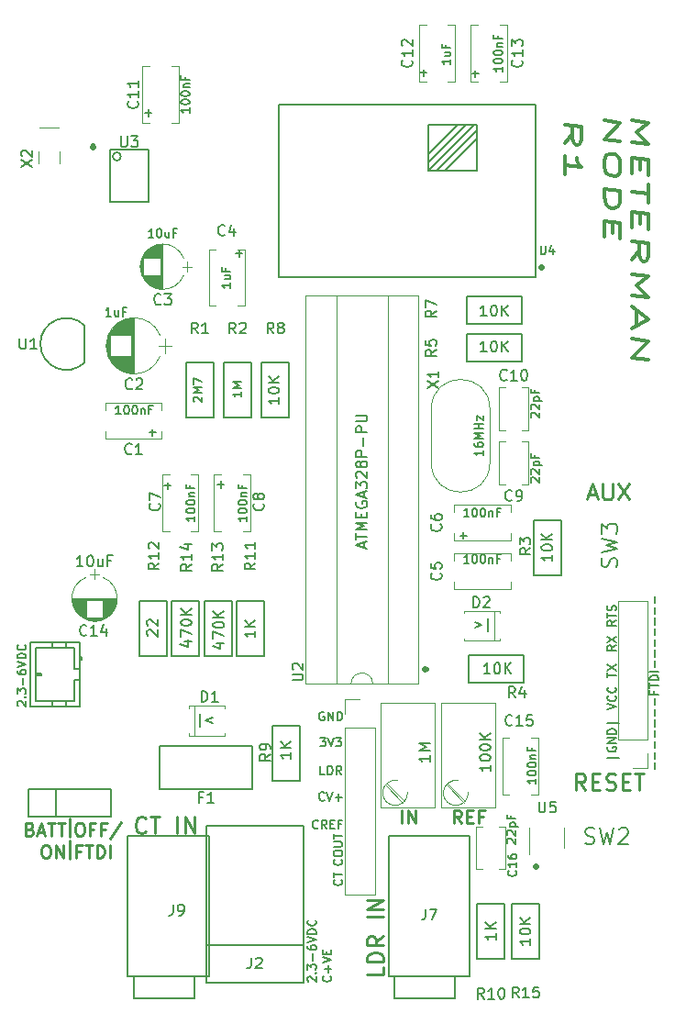
<source format=gto>
G04 #@! TF.FileFunction,Legend,Top*
%FSLAX46Y46*%
G04 Gerber Fmt 4.6, Leading zero omitted, Abs format (unit mm)*
G04 Created by KiCad (PCBNEW 4.0.6) date Thursday, 05 October 2017 'PMt' 05:15:57 PM*
%MOMM*%
%LPD*%
G01*
G04 APERTURE LIST*
%ADD10C,0.100000*%
%ADD11C,0.200000*%
%ADD12C,0.250000*%
%ADD13C,0.400000*%
%ADD14C,0.300000*%
%ADD15C,0.150000*%
%ADD16C,0.120000*%
%ADD17C,0.160000*%
G04 APERTURE END LIST*
D10*
D11*
X151085714Y-136957143D02*
X151123810Y-136995238D01*
X151161905Y-137109524D01*
X151161905Y-137185714D01*
X151123810Y-137300000D01*
X151047619Y-137376191D01*
X150971429Y-137414286D01*
X150819048Y-137452381D01*
X150704762Y-137452381D01*
X150552381Y-137414286D01*
X150476190Y-137376191D01*
X150400000Y-137300000D01*
X150361905Y-137185714D01*
X150361905Y-137109524D01*
X150400000Y-136995238D01*
X150438095Y-136957143D01*
X150361905Y-136728572D02*
X150361905Y-136271429D01*
X151161905Y-136500000D02*
X150361905Y-136500000D01*
X151085714Y-135095238D02*
X151123810Y-135133333D01*
X151161905Y-135247619D01*
X151161905Y-135323809D01*
X151123810Y-135438095D01*
X151047619Y-135514286D01*
X150971429Y-135552381D01*
X150819048Y-135590476D01*
X150704762Y-135590476D01*
X150552381Y-135552381D01*
X150476190Y-135514286D01*
X150400000Y-135438095D01*
X150361905Y-135323809D01*
X150361905Y-135247619D01*
X150400000Y-135133333D01*
X150438095Y-135095238D01*
X150361905Y-134600000D02*
X150361905Y-134447619D01*
X150400000Y-134371428D01*
X150476190Y-134295238D01*
X150628571Y-134257143D01*
X150895238Y-134257143D01*
X151047619Y-134295238D01*
X151123810Y-134371428D01*
X151161905Y-134447619D01*
X151161905Y-134600000D01*
X151123810Y-134676190D01*
X151047619Y-134752381D01*
X150895238Y-134790476D01*
X150628571Y-134790476D01*
X150476190Y-134752381D01*
X150400000Y-134676190D01*
X150361905Y-134600000D01*
X150361905Y-133914286D02*
X151009524Y-133914286D01*
X151085714Y-133876191D01*
X151123810Y-133838095D01*
X151161905Y-133761905D01*
X151161905Y-133609524D01*
X151123810Y-133533333D01*
X151085714Y-133495238D01*
X151009524Y-133457143D01*
X150361905Y-133457143D01*
X150361905Y-133190477D02*
X150361905Y-132733334D01*
X151161905Y-132961905D02*
X150361905Y-132961905D01*
X148942857Y-132185714D02*
X148904762Y-132223810D01*
X148790476Y-132261905D01*
X148714286Y-132261905D01*
X148600000Y-132223810D01*
X148523809Y-132147619D01*
X148485714Y-132071429D01*
X148447619Y-131919048D01*
X148447619Y-131804762D01*
X148485714Y-131652381D01*
X148523809Y-131576190D01*
X148600000Y-131500000D01*
X148714286Y-131461905D01*
X148790476Y-131461905D01*
X148904762Y-131500000D01*
X148942857Y-131538095D01*
X149742857Y-132261905D02*
X149476190Y-131880952D01*
X149285714Y-132261905D02*
X149285714Y-131461905D01*
X149590476Y-131461905D01*
X149666667Y-131500000D01*
X149704762Y-131538095D01*
X149742857Y-131614286D01*
X149742857Y-131728571D01*
X149704762Y-131804762D01*
X149666667Y-131842857D01*
X149590476Y-131880952D01*
X149285714Y-131880952D01*
X150085714Y-131842857D02*
X150352381Y-131842857D01*
X150466667Y-132261905D02*
X150085714Y-132261905D01*
X150085714Y-131461905D01*
X150466667Y-131461905D01*
X151076191Y-131842857D02*
X150809524Y-131842857D01*
X150809524Y-132261905D02*
X150809524Y-131461905D01*
X151190477Y-131461905D01*
X149509524Y-129585714D02*
X149471429Y-129623810D01*
X149357143Y-129661905D01*
X149280953Y-129661905D01*
X149166667Y-129623810D01*
X149090476Y-129547619D01*
X149052381Y-129471429D01*
X149014286Y-129319048D01*
X149014286Y-129204762D01*
X149052381Y-129052381D01*
X149090476Y-128976190D01*
X149166667Y-128900000D01*
X149280953Y-128861905D01*
X149357143Y-128861905D01*
X149471429Y-128900000D01*
X149509524Y-128938095D01*
X149738095Y-128861905D02*
X150004762Y-129661905D01*
X150271429Y-128861905D01*
X150538095Y-129357143D02*
X151147619Y-129357143D01*
X150842857Y-129661905D02*
X150842857Y-129052381D01*
X149547620Y-127261905D02*
X149166667Y-127261905D01*
X149166667Y-126461905D01*
X149814286Y-127261905D02*
X149814286Y-126461905D01*
X150004762Y-126461905D01*
X150119048Y-126500000D01*
X150195239Y-126576190D01*
X150233334Y-126652381D01*
X150271429Y-126804762D01*
X150271429Y-126919048D01*
X150233334Y-127071429D01*
X150195239Y-127147619D01*
X150119048Y-127223810D01*
X150004762Y-127261905D01*
X149814286Y-127261905D01*
X151071429Y-127261905D02*
X150804762Y-126880952D01*
X150614286Y-127261905D02*
X150614286Y-126461905D01*
X150919048Y-126461905D01*
X150995239Y-126500000D01*
X151033334Y-126538095D01*
X151071429Y-126614286D01*
X151071429Y-126728571D01*
X151033334Y-126804762D01*
X150995239Y-126842857D01*
X150919048Y-126880952D01*
X150614286Y-126880952D01*
X149109524Y-123861905D02*
X149604762Y-123861905D01*
X149338095Y-124166667D01*
X149452381Y-124166667D01*
X149528571Y-124204762D01*
X149566667Y-124242857D01*
X149604762Y-124319048D01*
X149604762Y-124509524D01*
X149566667Y-124585714D01*
X149528571Y-124623810D01*
X149452381Y-124661905D01*
X149223809Y-124661905D01*
X149147619Y-124623810D01*
X149109524Y-124585714D01*
X149833333Y-123861905D02*
X150100000Y-124661905D01*
X150366667Y-123861905D01*
X150557143Y-123861905D02*
X151052381Y-123861905D01*
X150785714Y-124166667D01*
X150900000Y-124166667D01*
X150976190Y-124204762D01*
X151014286Y-124242857D01*
X151052381Y-124319048D01*
X151052381Y-124509524D01*
X151014286Y-124585714D01*
X150976190Y-124623810D01*
X150900000Y-124661905D01*
X150671428Y-124661905D01*
X150595238Y-124623810D01*
X150557143Y-124585714D01*
D12*
X173885714Y-101450000D02*
X174600000Y-101450000D01*
X173742857Y-101878571D02*
X174242857Y-100378571D01*
X174742857Y-101878571D01*
X175242857Y-100378571D02*
X175242857Y-101592857D01*
X175314285Y-101735714D01*
X175385714Y-101807143D01*
X175528571Y-101878571D01*
X175814285Y-101878571D01*
X175957143Y-101807143D01*
X176028571Y-101735714D01*
X176100000Y-101592857D01*
X176100000Y-100378571D01*
X176671429Y-100378571D02*
X177671429Y-101878571D01*
X177671429Y-100378571D02*
X176671429Y-101878571D01*
D11*
X149490477Y-121500000D02*
X149414286Y-121461905D01*
X149300001Y-121461905D01*
X149185715Y-121500000D01*
X149109524Y-121576190D01*
X149071429Y-121652381D01*
X149033334Y-121804762D01*
X149033334Y-121919048D01*
X149071429Y-122071429D01*
X149109524Y-122147619D01*
X149185715Y-122223810D01*
X149300001Y-122261905D01*
X149376191Y-122261905D01*
X149490477Y-122223810D01*
X149528572Y-122185714D01*
X149528572Y-121919048D01*
X149376191Y-121919048D01*
X149871429Y-122261905D02*
X149871429Y-121461905D01*
X150328572Y-122261905D01*
X150328572Y-121461905D01*
X150709524Y-122261905D02*
X150709524Y-121461905D01*
X150900000Y-121461905D01*
X151014286Y-121500000D01*
X151090477Y-121576190D01*
X151128572Y-121652381D01*
X151166667Y-121804762D01*
X151166667Y-121919048D01*
X151128572Y-122071429D01*
X151090477Y-122147619D01*
X151014286Y-122223810D01*
X150900000Y-122261905D01*
X150709524Y-122261905D01*
D13*
X168914286Y-135700000D02*
X169009524Y-135604761D01*
X169104762Y-135700000D01*
X169009524Y-135795238D01*
X168914286Y-135700000D01*
X169104762Y-135700000D01*
D11*
X148038095Y-146347619D02*
X148000000Y-146309524D01*
X147961905Y-146233333D01*
X147961905Y-146042857D01*
X148000000Y-145966667D01*
X148038095Y-145928571D01*
X148114286Y-145890476D01*
X148190476Y-145890476D01*
X148304762Y-145928571D01*
X148761905Y-146385714D01*
X148761905Y-145890476D01*
X148685714Y-145547619D02*
X148723810Y-145509524D01*
X148761905Y-145547619D01*
X148723810Y-145585714D01*
X148685714Y-145547619D01*
X148761905Y-145547619D01*
X147961905Y-145242857D02*
X147961905Y-144747619D01*
X148266667Y-145014286D01*
X148266667Y-144900000D01*
X148304762Y-144823810D01*
X148342857Y-144785714D01*
X148419048Y-144747619D01*
X148609524Y-144747619D01*
X148685714Y-144785714D01*
X148723810Y-144823810D01*
X148761905Y-144900000D01*
X148761905Y-145128572D01*
X148723810Y-145204762D01*
X148685714Y-145242857D01*
X148457143Y-144404762D02*
X148457143Y-143795238D01*
X147961905Y-143071429D02*
X147961905Y-143223810D01*
X148000000Y-143300000D01*
X148038095Y-143338095D01*
X148152381Y-143414286D01*
X148304762Y-143452381D01*
X148609524Y-143452381D01*
X148685714Y-143414286D01*
X148723810Y-143376191D01*
X148761905Y-143300000D01*
X148761905Y-143147619D01*
X148723810Y-143071429D01*
X148685714Y-143033333D01*
X148609524Y-142995238D01*
X148419048Y-142995238D01*
X148342857Y-143033333D01*
X148304762Y-143071429D01*
X148266667Y-143147619D01*
X148266667Y-143300000D01*
X148304762Y-143376191D01*
X148342857Y-143414286D01*
X148419048Y-143452381D01*
X147961905Y-142766667D02*
X148761905Y-142500000D01*
X147961905Y-142233333D01*
X148761905Y-141966667D02*
X147961905Y-141966667D01*
X147961905Y-141776191D01*
X148000000Y-141661905D01*
X148076190Y-141585714D01*
X148152381Y-141547619D01*
X148304762Y-141509524D01*
X148419048Y-141509524D01*
X148571429Y-141547619D01*
X148647619Y-141585714D01*
X148723810Y-141661905D01*
X148761905Y-141776191D01*
X148761905Y-141966667D01*
X148685714Y-140709524D02*
X148723810Y-140747619D01*
X148761905Y-140861905D01*
X148761905Y-140938095D01*
X148723810Y-141052381D01*
X148647619Y-141128572D01*
X148571429Y-141166667D01*
X148419048Y-141204762D01*
X148304762Y-141204762D01*
X148152381Y-141166667D01*
X148076190Y-141128572D01*
X148000000Y-141052381D01*
X147961905Y-140938095D01*
X147961905Y-140861905D01*
X148000000Y-140747619D01*
X148038095Y-140709524D01*
X150085714Y-145852381D02*
X150123810Y-145890476D01*
X150161905Y-146004762D01*
X150161905Y-146080952D01*
X150123810Y-146195238D01*
X150047619Y-146271429D01*
X149971429Y-146309524D01*
X149819048Y-146347619D01*
X149704762Y-146347619D01*
X149552381Y-146309524D01*
X149476190Y-146271429D01*
X149400000Y-146195238D01*
X149361905Y-146080952D01*
X149361905Y-146004762D01*
X149400000Y-145890476D01*
X149438095Y-145852381D01*
X149857143Y-145509524D02*
X149857143Y-144900000D01*
X150161905Y-145204762D02*
X149552381Y-145204762D01*
X149361905Y-144633334D02*
X150161905Y-144366667D01*
X149361905Y-144100000D01*
X149742857Y-143833334D02*
X149742857Y-143566667D01*
X150161905Y-143452381D02*
X150161905Y-143833334D01*
X149361905Y-143833334D01*
X149361905Y-143452381D01*
D12*
X162171429Y-131742857D02*
X161771429Y-131171429D01*
X161485714Y-131742857D02*
X161485714Y-130542857D01*
X161942857Y-130542857D01*
X162057143Y-130600000D01*
X162114286Y-130657143D01*
X162171429Y-130771429D01*
X162171429Y-130942857D01*
X162114286Y-131057143D01*
X162057143Y-131114286D01*
X161942857Y-131171429D01*
X161485714Y-131171429D01*
X162685714Y-131114286D02*
X163085714Y-131114286D01*
X163257143Y-131742857D02*
X162685714Y-131742857D01*
X162685714Y-130542857D01*
X163257143Y-130542857D01*
X164171428Y-131114286D02*
X163771428Y-131114286D01*
X163771428Y-131742857D02*
X163771428Y-130542857D01*
X164342857Y-130542857D01*
X156685714Y-131742857D02*
X156685714Y-130542857D01*
X157257143Y-131742857D02*
X157257143Y-130542857D01*
X157942858Y-131742857D01*
X157942858Y-130542857D01*
X133014286Y-132535714D02*
X132942857Y-132607143D01*
X132728571Y-132678571D01*
X132585714Y-132678571D01*
X132371429Y-132607143D01*
X132228571Y-132464286D01*
X132157143Y-132321429D01*
X132085714Y-132035714D01*
X132085714Y-131821429D01*
X132157143Y-131535714D01*
X132228571Y-131392857D01*
X132371429Y-131250000D01*
X132585714Y-131178571D01*
X132728571Y-131178571D01*
X132942857Y-131250000D01*
X133014286Y-131321429D01*
X133442857Y-131178571D02*
X134300000Y-131178571D01*
X133871429Y-132678571D02*
X133871429Y-131178571D01*
X135942857Y-132678571D02*
X135942857Y-131178571D01*
X136657143Y-132678571D02*
X136657143Y-131178571D01*
X137514286Y-132678571D01*
X137514286Y-131178571D01*
X154978571Y-145028571D02*
X154978571Y-145742857D01*
X153478571Y-145742857D01*
X154978571Y-144528571D02*
X153478571Y-144528571D01*
X153478571Y-144171428D01*
X153550000Y-143957143D01*
X153692857Y-143814285D01*
X153835714Y-143742857D01*
X154121429Y-143671428D01*
X154335714Y-143671428D01*
X154621429Y-143742857D01*
X154764286Y-143814285D01*
X154907143Y-143957143D01*
X154978571Y-144171428D01*
X154978571Y-144528571D01*
X154978571Y-142171428D02*
X154264286Y-142671428D01*
X154978571Y-143028571D02*
X153478571Y-143028571D01*
X153478571Y-142457143D01*
X153550000Y-142314285D01*
X153621429Y-142242857D01*
X153764286Y-142171428D01*
X153978571Y-142171428D01*
X154121429Y-142242857D01*
X154192857Y-142314285D01*
X154264286Y-142457143D01*
X154264286Y-143028571D01*
X154978571Y-140385714D02*
X153478571Y-140385714D01*
X154978571Y-139671428D02*
X153478571Y-139671428D01*
X154978571Y-138814285D01*
X153478571Y-138814285D01*
D11*
X162357143Y-105504762D02*
X162357143Y-104895238D01*
X162661905Y-105200000D02*
X162052381Y-105200000D01*
X139957143Y-100804762D02*
X139957143Y-100195238D01*
X140261905Y-100500000D02*
X139652381Y-100500000D01*
X135057143Y-100904762D02*
X135057143Y-100295238D01*
X135361905Y-100600000D02*
X134752381Y-100600000D01*
X133657143Y-96004762D02*
X133657143Y-95395238D01*
X133961905Y-95700000D02*
X133352381Y-95700000D01*
X141657143Y-79504762D02*
X141657143Y-78895238D01*
X141961905Y-79200000D02*
X141352381Y-79200000D01*
X163457143Y-62904762D02*
X163457143Y-62295238D01*
X163761905Y-62600000D02*
X163152381Y-62600000D01*
X158657143Y-62804762D02*
X158657143Y-62195238D01*
X158961905Y-62500000D02*
X158352381Y-62500000D01*
X133257143Y-66504762D02*
X133257143Y-65895238D01*
X133561905Y-66200000D02*
X132952381Y-66200000D01*
D14*
X171721429Y-69037500D02*
X172435714Y-68126785D01*
X171721429Y-67323215D02*
X173221429Y-67510715D01*
X173221429Y-68653572D01*
X173150000Y-68930357D01*
X173078571Y-69064285D01*
X172935714Y-69189285D01*
X172721429Y-69162500D01*
X172578571Y-69001785D01*
X172507143Y-68850000D01*
X172435714Y-68555357D01*
X172435714Y-67412500D01*
X171721429Y-71894643D02*
X171721429Y-70180358D01*
X171721429Y-71037500D02*
X173221429Y-71225000D01*
X173007143Y-70912500D01*
X172864286Y-70608929D01*
X172792857Y-70314286D01*
D11*
X163414286Y-113228571D02*
X164023810Y-113457143D01*
X163414286Y-113685714D01*
X164595238Y-114028571D02*
X164595238Y-112885714D01*
X139185714Y-122471429D02*
X138576190Y-122242857D01*
X139185714Y-122014286D01*
X138004762Y-121671429D02*
X138004762Y-122814286D01*
D13*
X128014286Y-69300000D02*
X128109524Y-69204761D01*
X128204762Y-69300000D01*
X128109524Y-69395238D01*
X128014286Y-69300000D01*
X128204762Y-69300000D01*
X158714286Y-117500000D02*
X158809524Y-117404761D01*
X158904762Y-117500000D01*
X158809524Y-117595238D01*
X158714286Y-117500000D01*
X158904762Y-117500000D01*
D12*
X126000001Y-133017857D02*
X126000001Y-131303571D01*
X126000001Y-135067857D02*
X126000001Y-133353571D01*
X126814286Y-131717857D02*
X127042857Y-131717857D01*
X127157143Y-131775000D01*
X127271429Y-131889286D01*
X127328571Y-132117857D01*
X127328571Y-132517857D01*
X127271429Y-132746429D01*
X127157143Y-132860714D01*
X127042857Y-132917857D01*
X126814286Y-132917857D01*
X126700000Y-132860714D01*
X126585714Y-132746429D01*
X126528571Y-132517857D01*
X126528571Y-132117857D01*
X126585714Y-131889286D01*
X126700000Y-131775000D01*
X126814286Y-131717857D01*
X128242857Y-132289286D02*
X127842857Y-132289286D01*
X127842857Y-132917857D02*
X127842857Y-131717857D01*
X128414286Y-131717857D01*
X129271428Y-132289286D02*
X128871428Y-132289286D01*
X128871428Y-132917857D02*
X128871428Y-131717857D01*
X129442857Y-131717857D01*
X130757142Y-131660714D02*
X129728571Y-133203571D01*
X126985714Y-134339286D02*
X126585714Y-134339286D01*
X126585714Y-134967857D02*
X126585714Y-133767857D01*
X127157143Y-133767857D01*
X127442857Y-133767857D02*
X128128571Y-133767857D01*
X127785714Y-134967857D02*
X127785714Y-133767857D01*
X128528571Y-134967857D02*
X128528571Y-133767857D01*
X128814286Y-133767857D01*
X128985714Y-133825000D01*
X129100000Y-133939286D01*
X129157143Y-134053571D01*
X129214286Y-134282143D01*
X129214286Y-134453571D01*
X129157143Y-134682143D01*
X129100000Y-134796429D01*
X128985714Y-134910714D01*
X128814286Y-134967857D01*
X128528571Y-134967857D01*
X129728571Y-134967857D02*
X129728571Y-133767857D01*
D11*
X160600000Y-71550000D02*
X163600000Y-68550000D01*
X159850000Y-71550000D02*
X163600000Y-67800000D01*
X161850000Y-67300000D02*
X162100000Y-67300000D01*
X159100000Y-70050000D02*
X161850000Y-67300000D01*
X159100000Y-70800000D02*
X162600000Y-67300000D01*
X163350000Y-67300000D02*
X163600000Y-67300000D01*
X159100000Y-71550000D02*
X163350000Y-67300000D01*
X163600000Y-67300000D02*
X163600000Y-71550000D01*
X159100000Y-67300000D02*
X163600000Y-67300000D01*
X159100000Y-71550000D02*
X159100000Y-67300000D01*
X163600000Y-71550000D02*
X159100000Y-71550000D01*
D14*
X177896429Y-66923215D02*
X179396429Y-67110715D01*
X178325000Y-67976786D01*
X179396429Y-69110715D01*
X177896429Y-68923215D01*
X178682143Y-70450000D02*
X178682143Y-71450000D01*
X177896429Y-71780357D02*
X177896429Y-70351786D01*
X179396429Y-70539286D01*
X179396429Y-71967857D01*
X179396429Y-72825000D02*
X179396429Y-74539286D01*
X177896429Y-73494643D02*
X179396429Y-73682143D01*
X178682143Y-75450000D02*
X178682143Y-76450000D01*
X177896429Y-76780357D02*
X177896429Y-75351786D01*
X179396429Y-75539286D01*
X179396429Y-76967857D01*
X177896429Y-79780357D02*
X178610714Y-78869642D01*
X177896429Y-78066072D02*
X179396429Y-78253572D01*
X179396429Y-79396429D01*
X179325000Y-79673214D01*
X179253571Y-79807142D01*
X179110714Y-79932142D01*
X178896429Y-79905357D01*
X178753571Y-79744642D01*
X178682143Y-79592857D01*
X178610714Y-79298214D01*
X178610714Y-78155357D01*
X177896429Y-81066072D02*
X179396429Y-81253572D01*
X178325000Y-82119643D01*
X179396429Y-83253572D01*
X177896429Y-83066072D01*
X178325000Y-84405357D02*
X178325000Y-85833928D01*
X177896429Y-84066071D02*
X179396429Y-85253571D01*
X177896429Y-86066071D01*
X177896429Y-87066072D02*
X179396429Y-87253572D01*
X177896429Y-88780357D01*
X179396429Y-88967857D01*
X175346429Y-66923215D02*
X176846429Y-67110715D01*
X175346429Y-68637500D01*
X176846429Y-68825000D01*
X176846429Y-70825000D02*
X176846429Y-71396429D01*
X176775000Y-71673214D01*
X176632143Y-71941071D01*
X176346429Y-72048215D01*
X175846429Y-71985715D01*
X175560714Y-71807142D01*
X175417857Y-71503571D01*
X175346429Y-71208929D01*
X175346429Y-70637500D01*
X175417857Y-70360714D01*
X175560714Y-70092857D01*
X175846429Y-69985715D01*
X176346429Y-70048215D01*
X176632143Y-70226786D01*
X176775000Y-70530357D01*
X176846429Y-70825000D01*
X175346429Y-73208929D02*
X176846429Y-73396429D01*
X176846429Y-74110714D01*
X176775000Y-74530357D01*
X176632143Y-74798214D01*
X176489286Y-74923214D01*
X176203571Y-75030356D01*
X175989286Y-75003571D01*
X175703571Y-74824999D01*
X175560714Y-74664285D01*
X175417857Y-74360714D01*
X175346429Y-73923214D01*
X175346429Y-73208929D01*
X176132143Y-76307143D02*
X176132143Y-77307143D01*
X175346429Y-77637500D02*
X175346429Y-76208929D01*
X176846429Y-76396429D01*
X176846429Y-77825000D01*
D13*
X169414286Y-80400000D02*
X169509524Y-80304761D01*
X169604762Y-80400000D01*
X169509524Y-80495238D01*
X169414286Y-80400000D01*
X169604762Y-80400000D01*
D11*
X180057143Y-126780951D02*
X180057143Y-126171427D01*
X180057143Y-125790475D02*
X180057143Y-125180951D01*
X180057143Y-124799999D02*
X180057143Y-124190475D01*
X180057143Y-123809523D02*
X180057143Y-123199999D01*
X180057143Y-122819047D02*
X180057143Y-122209523D01*
X180057143Y-121828571D02*
X180057143Y-121219047D01*
X180057143Y-120838095D02*
X180057143Y-120228571D01*
X179942857Y-119580952D02*
X179942857Y-119847619D01*
X180361905Y-119847619D02*
X179561905Y-119847619D01*
X179561905Y-119466666D01*
X179561905Y-119276191D02*
X179561905Y-118819048D01*
X180361905Y-119047619D02*
X179561905Y-119047619D01*
X180361905Y-118552381D02*
X179561905Y-118552381D01*
X179561905Y-118361905D01*
X179600000Y-118247619D01*
X179676190Y-118171428D01*
X179752381Y-118133333D01*
X179904762Y-118095238D01*
X180019048Y-118095238D01*
X180171429Y-118133333D01*
X180247619Y-118171428D01*
X180323810Y-118247619D01*
X180361905Y-118361905D01*
X180361905Y-118552381D01*
X180361905Y-117752381D02*
X179561905Y-117752381D01*
X180057143Y-117371429D02*
X180057143Y-116761905D01*
X180057143Y-116380953D02*
X180057143Y-115771429D01*
X180057143Y-115390477D02*
X180057143Y-114780953D01*
X180057143Y-114400001D02*
X180057143Y-113790477D01*
X180057143Y-113409525D02*
X180057143Y-112800001D01*
X180057143Y-112419049D02*
X180057143Y-111809525D01*
X180057143Y-111428573D02*
X180057143Y-110819049D01*
X121238095Y-120919047D02*
X121200000Y-120880952D01*
X121161905Y-120804761D01*
X121161905Y-120614285D01*
X121200000Y-120538095D01*
X121238095Y-120499999D01*
X121314286Y-120461904D01*
X121390476Y-120461904D01*
X121504762Y-120499999D01*
X121961905Y-120957142D01*
X121961905Y-120461904D01*
X121885714Y-120119047D02*
X121923810Y-120080952D01*
X121961905Y-120119047D01*
X121923810Y-120157142D01*
X121885714Y-120119047D01*
X121961905Y-120119047D01*
X121161905Y-119814285D02*
X121161905Y-119319047D01*
X121466667Y-119585714D01*
X121466667Y-119471428D01*
X121504762Y-119395238D01*
X121542857Y-119357142D01*
X121619048Y-119319047D01*
X121809524Y-119319047D01*
X121885714Y-119357142D01*
X121923810Y-119395238D01*
X121961905Y-119471428D01*
X121961905Y-119700000D01*
X121923810Y-119776190D01*
X121885714Y-119814285D01*
X121657143Y-118976190D02*
X121657143Y-118366666D01*
X121161905Y-117642857D02*
X121161905Y-117795238D01*
X121200000Y-117871428D01*
X121238095Y-117909523D01*
X121352381Y-117985714D01*
X121504762Y-118023809D01*
X121809524Y-118023809D01*
X121885714Y-117985714D01*
X121923810Y-117947619D01*
X121961905Y-117871428D01*
X121961905Y-117719047D01*
X121923810Y-117642857D01*
X121885714Y-117604761D01*
X121809524Y-117566666D01*
X121619048Y-117566666D01*
X121542857Y-117604761D01*
X121504762Y-117642857D01*
X121466667Y-117719047D01*
X121466667Y-117871428D01*
X121504762Y-117947619D01*
X121542857Y-117985714D01*
X121619048Y-118023809D01*
X121161905Y-117338095D02*
X121961905Y-117071428D01*
X121161905Y-116804761D01*
X121961905Y-116538095D02*
X121161905Y-116538095D01*
X121161905Y-116347619D01*
X121200000Y-116233333D01*
X121276190Y-116157142D01*
X121352381Y-116119047D01*
X121504762Y-116080952D01*
X121619048Y-116080952D01*
X121771429Y-116119047D01*
X121847619Y-116157142D01*
X121923810Y-116233333D01*
X121961905Y-116347619D01*
X121961905Y-116538095D01*
X121885714Y-115280952D02*
X121923810Y-115319047D01*
X121961905Y-115433333D01*
X121961905Y-115509523D01*
X121923810Y-115623809D01*
X121847619Y-115700000D01*
X121771429Y-115738095D01*
X121619048Y-115776190D01*
X121504762Y-115776190D01*
X121352381Y-115738095D01*
X121276190Y-115700000D01*
X121200000Y-115623809D01*
X121161905Y-115509523D01*
X121161905Y-115433333D01*
X121200000Y-115319047D01*
X121238095Y-115280952D01*
X176461905Y-113038095D02*
X176080952Y-113304762D01*
X176461905Y-113495238D02*
X175661905Y-113495238D01*
X175661905Y-113190476D01*
X175700000Y-113114285D01*
X175738095Y-113076190D01*
X175814286Y-113038095D01*
X175928571Y-113038095D01*
X176004762Y-113076190D01*
X176042857Y-113114285D01*
X176080952Y-113190476D01*
X176080952Y-113495238D01*
X175661905Y-112809524D02*
X175661905Y-112352381D01*
X176461905Y-112580952D02*
X175661905Y-112580952D01*
X176423810Y-112123809D02*
X176461905Y-112009523D01*
X176461905Y-111819047D01*
X176423810Y-111742857D01*
X176385714Y-111704761D01*
X176309524Y-111666666D01*
X176233333Y-111666666D01*
X176157143Y-111704761D01*
X176119048Y-111742857D01*
X176080952Y-111819047D01*
X176042857Y-111971428D01*
X176004762Y-112047619D01*
X175966667Y-112085714D01*
X175890476Y-112123809D01*
X175814286Y-112123809D01*
X175738095Y-112085714D01*
X175700000Y-112047619D01*
X175661905Y-111971428D01*
X175661905Y-111780952D01*
X175700000Y-111666666D01*
X176461905Y-115333333D02*
X176080952Y-115600000D01*
X176461905Y-115790476D02*
X175661905Y-115790476D01*
X175661905Y-115485714D01*
X175700000Y-115409523D01*
X175738095Y-115371428D01*
X175814286Y-115333333D01*
X175928571Y-115333333D01*
X176004762Y-115371428D01*
X176042857Y-115409523D01*
X176080952Y-115485714D01*
X176080952Y-115790476D01*
X175661905Y-115066666D02*
X176461905Y-114533333D01*
X175661905Y-114533333D02*
X176461905Y-115066666D01*
X175661905Y-118309524D02*
X175661905Y-117852381D01*
X176461905Y-118080952D02*
X175661905Y-118080952D01*
X175661905Y-117661904D02*
X176461905Y-117128571D01*
X175661905Y-117128571D02*
X176461905Y-117661904D01*
X175661905Y-121266667D02*
X176461905Y-121000000D01*
X175661905Y-120733333D01*
X176385714Y-120009524D02*
X176423810Y-120047619D01*
X176461905Y-120161905D01*
X176461905Y-120238095D01*
X176423810Y-120352381D01*
X176347619Y-120428572D01*
X176271429Y-120466667D01*
X176119048Y-120504762D01*
X176004762Y-120504762D01*
X175852381Y-120466667D01*
X175776190Y-120428572D01*
X175700000Y-120352381D01*
X175661905Y-120238095D01*
X175661905Y-120161905D01*
X175700000Y-120047619D01*
X175738095Y-120009524D01*
X176385714Y-119209524D02*
X176423810Y-119247619D01*
X176461905Y-119361905D01*
X176461905Y-119438095D01*
X176423810Y-119552381D01*
X176347619Y-119628572D01*
X176271429Y-119666667D01*
X176119048Y-119704762D01*
X176004762Y-119704762D01*
X175852381Y-119666667D01*
X175776190Y-119628572D01*
X175700000Y-119552381D01*
X175661905Y-119438095D01*
X175661905Y-119361905D01*
X175700000Y-119247619D01*
X175738095Y-119209524D01*
X176728571Y-125700000D02*
X175585714Y-125700000D01*
X175700000Y-124709523D02*
X175661905Y-124785714D01*
X175661905Y-124899999D01*
X175700000Y-125014285D01*
X175776190Y-125090476D01*
X175852381Y-125128571D01*
X176004762Y-125166666D01*
X176119048Y-125166666D01*
X176271429Y-125128571D01*
X176347619Y-125090476D01*
X176423810Y-125014285D01*
X176461905Y-124899999D01*
X176461905Y-124823809D01*
X176423810Y-124709523D01*
X176385714Y-124671428D01*
X176119048Y-124671428D01*
X176119048Y-124823809D01*
X176461905Y-124328571D02*
X175661905Y-124328571D01*
X176461905Y-123871428D01*
X175661905Y-123871428D01*
X176461905Y-123490476D02*
X175661905Y-123490476D01*
X175661905Y-123300000D01*
X175700000Y-123185714D01*
X175776190Y-123109523D01*
X175852381Y-123071428D01*
X176004762Y-123033333D01*
X176119048Y-123033333D01*
X176271429Y-123071428D01*
X176347619Y-123109523D01*
X176423810Y-123185714D01*
X176461905Y-123300000D01*
X176461905Y-123490476D01*
X176728571Y-122500000D02*
X175585714Y-122500000D01*
D12*
X122328571Y-132289286D02*
X122500000Y-132346429D01*
X122557143Y-132403571D01*
X122614286Y-132517857D01*
X122614286Y-132689286D01*
X122557143Y-132803571D01*
X122500000Y-132860714D01*
X122385714Y-132917857D01*
X121928571Y-132917857D01*
X121928571Y-131717857D01*
X122328571Y-131717857D01*
X122442857Y-131775000D01*
X122500000Y-131832143D01*
X122557143Y-131946429D01*
X122557143Y-132060714D01*
X122500000Y-132175000D01*
X122442857Y-132232143D01*
X122328571Y-132289286D01*
X121928571Y-132289286D01*
X123071428Y-132575000D02*
X123642857Y-132575000D01*
X122957143Y-132917857D02*
X123357143Y-131717857D01*
X123757143Y-132917857D01*
X123985714Y-131717857D02*
X124671428Y-131717857D01*
X124328571Y-132917857D02*
X124328571Y-131717857D01*
X124900000Y-131717857D02*
X125585714Y-131717857D01*
X125242857Y-132917857D02*
X125242857Y-131717857D01*
X123700000Y-133767857D02*
X123928571Y-133767857D01*
X124042857Y-133825000D01*
X124157143Y-133939286D01*
X124214285Y-134167857D01*
X124214285Y-134567857D01*
X124157143Y-134796429D01*
X124042857Y-134910714D01*
X123928571Y-134967857D01*
X123700000Y-134967857D01*
X123585714Y-134910714D01*
X123471428Y-134796429D01*
X123414285Y-134567857D01*
X123414285Y-134167857D01*
X123471428Y-133939286D01*
X123585714Y-133825000D01*
X123700000Y-133767857D01*
X124728571Y-134967857D02*
X124728571Y-133767857D01*
X125414286Y-134967857D01*
X125414286Y-133767857D01*
D15*
X127400000Y-89230000D02*
X127400000Y-85830000D01*
X127397056Y-89227056D02*
G75*
G02X123300000Y-87530000I-1697056J1697056D01*
G01*
X127397056Y-85832944D02*
G75*
G03X123300000Y-87530000I-1697056J-1697056D01*
G01*
X133278000Y-69587000D02*
X133278000Y-74413000D01*
X133278000Y-74413000D02*
X129722000Y-74413000D01*
X129722000Y-74413000D02*
X129722000Y-69587000D01*
X129722000Y-69587000D02*
X133278000Y-69587000D01*
X130738000Y-70222000D02*
G75*
G03X130738000Y-70222000I-381000J0D01*
G01*
X162670000Y-83130000D02*
X167750000Y-83130000D01*
X167750000Y-83130000D02*
X167750000Y-85670000D01*
X167750000Y-85670000D02*
X162670000Y-85670000D01*
X162670000Y-85670000D02*
X162670000Y-83130000D01*
D16*
X161490000Y-106840000D02*
X166710000Y-106840000D01*
X161490000Y-110160000D02*
X166710000Y-110160000D01*
X161490000Y-106840000D02*
X161490000Y-107504000D01*
X161490000Y-109496000D02*
X161490000Y-110160000D01*
X166710000Y-106840000D02*
X166710000Y-107504000D01*
X166710000Y-109496000D02*
X166710000Y-110160000D01*
X161490000Y-102340000D02*
X166710000Y-102340000D01*
X161490000Y-105660000D02*
X166710000Y-105660000D01*
X161490000Y-102340000D02*
X161490000Y-103004000D01*
X161490000Y-104996000D02*
X161490000Y-105660000D01*
X166710000Y-102340000D02*
X166710000Y-103004000D01*
X166710000Y-104996000D02*
X166710000Y-105660000D01*
X137860000Y-99590000D02*
X137860000Y-104810000D01*
X134540000Y-99590000D02*
X134540000Y-104810000D01*
X137860000Y-99590000D02*
X137196000Y-99590000D01*
X135204000Y-99590000D02*
X134540000Y-99590000D01*
X137860000Y-104810000D02*
X137196000Y-104810000D01*
X135204000Y-104810000D02*
X134540000Y-104810000D01*
X142660000Y-99590000D02*
X142660000Y-104810000D01*
X139340000Y-99590000D02*
X139340000Y-104810000D01*
X142660000Y-99590000D02*
X141996000Y-99590000D01*
X140004000Y-99590000D02*
X139340000Y-99590000D01*
X142660000Y-104810000D02*
X141996000Y-104810000D01*
X140004000Y-104810000D02*
X139340000Y-104810000D01*
X161560000Y-58090000D02*
X161560000Y-63310000D01*
X158240000Y-58090000D02*
X158240000Y-63310000D01*
X161560000Y-58090000D02*
X160896000Y-58090000D01*
X158904000Y-58090000D02*
X158240000Y-58090000D01*
X161560000Y-63310000D02*
X160896000Y-63310000D01*
X158904000Y-63310000D02*
X158240000Y-63310000D01*
X136980000Y-121120000D02*
X136980000Y-120940000D01*
X136980000Y-120940000D02*
X140300000Y-120940000D01*
X140300000Y-120940000D02*
X140300000Y-121120000D01*
X136980000Y-123480000D02*
X136980000Y-123660000D01*
X136980000Y-123660000D02*
X140300000Y-123660000D01*
X140300000Y-123660000D02*
X140300000Y-123480000D01*
X137520000Y-120940000D02*
X137520000Y-123660000D01*
D15*
X122400000Y-115050000D02*
X126900000Y-115050000D01*
X126900000Y-115050000D02*
X126900000Y-120950000D01*
X126900000Y-120950000D02*
X122400000Y-120950000D01*
X122400000Y-120950000D02*
X122400000Y-115050000D01*
X126900000Y-117500000D02*
X126400000Y-117500000D01*
X126400000Y-117500000D02*
X126400000Y-115550000D01*
X126400000Y-115550000D02*
X122900000Y-115550000D01*
X122900000Y-115550000D02*
X122900000Y-120450000D01*
X122900000Y-120450000D02*
X126400000Y-120450000D01*
X126400000Y-120450000D02*
X126400000Y-118500000D01*
X126400000Y-118500000D02*
X126900000Y-118500000D01*
X125700000Y-115050000D02*
X125700000Y-115550000D01*
X124400000Y-115050000D02*
X124400000Y-115550000D01*
X125700000Y-120450000D02*
X125700000Y-120950000D01*
X124400000Y-120450000D02*
X124400000Y-120950000D01*
X126900000Y-116700000D02*
X127100000Y-116700000D01*
X127100000Y-116700000D02*
X127100000Y-116400000D01*
X127100000Y-116400000D02*
X126900000Y-116400000D01*
X127000000Y-116700000D02*
X127000000Y-116400000D01*
X122900000Y-117900000D02*
X123400000Y-117900000D01*
X123400000Y-117900000D02*
X123400000Y-118100000D01*
X123400000Y-118100000D02*
X122900000Y-118100000D01*
X122900000Y-118000000D02*
X123400000Y-118000000D01*
X139270000Y-89270000D02*
X139270000Y-94350000D01*
X139270000Y-94350000D02*
X136730000Y-94350000D01*
X136730000Y-94350000D02*
X136730000Y-89270000D01*
X136730000Y-89270000D02*
X139270000Y-89270000D01*
X140230000Y-94330000D02*
X140230000Y-89250000D01*
X140230000Y-89250000D02*
X142770000Y-89250000D01*
X142770000Y-89250000D02*
X142770000Y-94330000D01*
X142770000Y-94330000D02*
X140230000Y-94330000D01*
X171370000Y-103770000D02*
X171370000Y-108850000D01*
X171370000Y-108850000D02*
X168830000Y-108850000D01*
X168830000Y-108850000D02*
X168830000Y-103770000D01*
X168830000Y-103770000D02*
X171370000Y-103770000D01*
X162870000Y-116230000D02*
X167950000Y-116230000D01*
X167950000Y-116230000D02*
X167950000Y-118770000D01*
X167950000Y-118770000D02*
X162870000Y-118770000D01*
X162870000Y-118770000D02*
X162870000Y-116230000D01*
X167730000Y-89170000D02*
X162650000Y-89170000D01*
X162650000Y-89170000D02*
X162650000Y-86630000D01*
X162650000Y-86630000D02*
X167730000Y-86630000D01*
X167730000Y-86630000D02*
X167730000Y-89170000D01*
X146270000Y-89270000D02*
X146270000Y-94350000D01*
X146270000Y-94350000D02*
X143730000Y-94350000D01*
X143730000Y-94350000D02*
X143730000Y-89270000D01*
X143730000Y-89270000D02*
X146270000Y-89270000D01*
X122190000Y-131170000D02*
X122190000Y-128630000D01*
X122190000Y-128630000D02*
X129810000Y-128630000D01*
X129810000Y-128630000D02*
X129810000Y-131170000D01*
X129810000Y-131170000D02*
X122190000Y-131170000D01*
X124730000Y-128630000D02*
X124730000Y-131170000D01*
D16*
X151990000Y-118890000D02*
G75*
G02X153990000Y-118890000I1000000J0D01*
G01*
X153990000Y-118890000D02*
X155360000Y-118890000D01*
X155360000Y-118890000D02*
X155360000Y-83090000D01*
X155360000Y-83090000D02*
X150620000Y-83090000D01*
X150620000Y-83090000D02*
X150620000Y-118890000D01*
X150620000Y-118890000D02*
X151990000Y-118890000D01*
X158190000Y-118890000D02*
X158190000Y-83090000D01*
X158190000Y-83090000D02*
X147790000Y-83090000D01*
X147790000Y-83090000D02*
X147790000Y-118890000D01*
X147790000Y-118890000D02*
X158190000Y-118890000D01*
X164800000Y-98500000D02*
G75*
G02X159400000Y-98500000I-2700000J0D01*
G01*
X164800000Y-93500000D02*
G75*
G03X159400000Y-93500000I-2700000J0D01*
G01*
X159400000Y-98500000D02*
X159400000Y-93500000D01*
X164800000Y-98500000D02*
X164800000Y-93500000D01*
X142160000Y-78790000D02*
X142160000Y-84010000D01*
X138840000Y-78790000D02*
X138840000Y-84010000D01*
X142160000Y-78790000D02*
X141496000Y-78790000D01*
X139504000Y-78790000D02*
X138840000Y-78790000D01*
X142160000Y-84010000D02*
X141496000Y-84010000D01*
X139504000Y-84010000D02*
X138840000Y-84010000D01*
X136060000Y-61890000D02*
X136060000Y-67110000D01*
X132740000Y-61890000D02*
X132740000Y-67110000D01*
X136060000Y-61890000D02*
X135396000Y-61890000D01*
X133404000Y-61890000D02*
X132740000Y-61890000D01*
X136060000Y-67110000D02*
X135396000Y-67110000D01*
X133404000Y-67110000D02*
X132740000Y-67110000D01*
X125050000Y-69750000D02*
X125050000Y-70850000D01*
X123150000Y-69750000D02*
X123150000Y-70850000D01*
X125000000Y-67600000D02*
X123200000Y-67600000D01*
X134510000Y-96260000D02*
X129290000Y-96260000D01*
X134510000Y-92940000D02*
X129290000Y-92940000D01*
X134510000Y-96260000D02*
X134510000Y-95596000D01*
X134510000Y-93604000D02*
X134510000Y-92940000D01*
X129290000Y-96260000D02*
X129290000Y-95596000D01*
X129290000Y-93604000D02*
X129290000Y-92940000D01*
X129553137Y-88681400D02*
G75*
G03X134347436Y-88680000I2396863J981400D01*
G01*
X129553137Y-86718600D02*
G75*
G02X134347436Y-86720000I2396863J-981400D01*
G01*
X129553137Y-86718600D02*
G75*
G03X129552564Y-88680000I2396863J-981400D01*
G01*
X131950000Y-90250000D02*
X131950000Y-85150000D01*
X131910000Y-90250000D02*
X131910000Y-85150000D01*
X131870000Y-90249000D02*
X131870000Y-85151000D01*
X131830000Y-90248000D02*
X131830000Y-85152000D01*
X131790000Y-90246000D02*
X131790000Y-85154000D01*
X131750000Y-90243000D02*
X131750000Y-85157000D01*
X131710000Y-90239000D02*
X131710000Y-85161000D01*
X131670000Y-90235000D02*
X131670000Y-88680000D01*
X131670000Y-86720000D02*
X131670000Y-85165000D01*
X131630000Y-90231000D02*
X131630000Y-88680000D01*
X131630000Y-86720000D02*
X131630000Y-85169000D01*
X131590000Y-90225000D02*
X131590000Y-88680000D01*
X131590000Y-86720000D02*
X131590000Y-85175000D01*
X131550000Y-90219000D02*
X131550000Y-88680000D01*
X131550000Y-86720000D02*
X131550000Y-85181000D01*
X131510000Y-90213000D02*
X131510000Y-88680000D01*
X131510000Y-86720000D02*
X131510000Y-85187000D01*
X131470000Y-90206000D02*
X131470000Y-88680000D01*
X131470000Y-86720000D02*
X131470000Y-85194000D01*
X131430000Y-90198000D02*
X131430000Y-88680000D01*
X131430000Y-86720000D02*
X131430000Y-85202000D01*
X131390000Y-90189000D02*
X131390000Y-88680000D01*
X131390000Y-86720000D02*
X131390000Y-85211000D01*
X131350000Y-90180000D02*
X131350000Y-88680000D01*
X131350000Y-86720000D02*
X131350000Y-85220000D01*
X131310000Y-90170000D02*
X131310000Y-88680000D01*
X131310000Y-86720000D02*
X131310000Y-85230000D01*
X131270000Y-90160000D02*
X131270000Y-88680000D01*
X131270000Y-86720000D02*
X131270000Y-85240000D01*
X131229000Y-90148000D02*
X131229000Y-88680000D01*
X131229000Y-86720000D02*
X131229000Y-85252000D01*
X131189000Y-90136000D02*
X131189000Y-88680000D01*
X131189000Y-86720000D02*
X131189000Y-85264000D01*
X131149000Y-90124000D02*
X131149000Y-88680000D01*
X131149000Y-86720000D02*
X131149000Y-85276000D01*
X131109000Y-90110000D02*
X131109000Y-88680000D01*
X131109000Y-86720000D02*
X131109000Y-85290000D01*
X131069000Y-90096000D02*
X131069000Y-88680000D01*
X131069000Y-86720000D02*
X131069000Y-85304000D01*
X131029000Y-90082000D02*
X131029000Y-88680000D01*
X131029000Y-86720000D02*
X131029000Y-85318000D01*
X130989000Y-90066000D02*
X130989000Y-88680000D01*
X130989000Y-86720000D02*
X130989000Y-85334000D01*
X130949000Y-90050000D02*
X130949000Y-88680000D01*
X130949000Y-86720000D02*
X130949000Y-85350000D01*
X130909000Y-90033000D02*
X130909000Y-88680000D01*
X130909000Y-86720000D02*
X130909000Y-85367000D01*
X130869000Y-90015000D02*
X130869000Y-88680000D01*
X130869000Y-86720000D02*
X130869000Y-85385000D01*
X130829000Y-89996000D02*
X130829000Y-88680000D01*
X130829000Y-86720000D02*
X130829000Y-85404000D01*
X130789000Y-89976000D02*
X130789000Y-88680000D01*
X130789000Y-86720000D02*
X130789000Y-85424000D01*
X130749000Y-89956000D02*
X130749000Y-88680000D01*
X130749000Y-86720000D02*
X130749000Y-85444000D01*
X130709000Y-89934000D02*
X130709000Y-88680000D01*
X130709000Y-86720000D02*
X130709000Y-85466000D01*
X130669000Y-89912000D02*
X130669000Y-88680000D01*
X130669000Y-86720000D02*
X130669000Y-85488000D01*
X130629000Y-89889000D02*
X130629000Y-88680000D01*
X130629000Y-86720000D02*
X130629000Y-85511000D01*
X130589000Y-89865000D02*
X130589000Y-88680000D01*
X130589000Y-86720000D02*
X130589000Y-85535000D01*
X130549000Y-89840000D02*
X130549000Y-88680000D01*
X130549000Y-86720000D02*
X130549000Y-85560000D01*
X130509000Y-89813000D02*
X130509000Y-88680000D01*
X130509000Y-86720000D02*
X130509000Y-85587000D01*
X130469000Y-89786000D02*
X130469000Y-88680000D01*
X130469000Y-86720000D02*
X130469000Y-85614000D01*
X130429000Y-89758000D02*
X130429000Y-88680000D01*
X130429000Y-86720000D02*
X130429000Y-85642000D01*
X130389000Y-89728000D02*
X130389000Y-88680000D01*
X130389000Y-86720000D02*
X130389000Y-85672000D01*
X130349000Y-89697000D02*
X130349000Y-88680000D01*
X130349000Y-86720000D02*
X130349000Y-85703000D01*
X130309000Y-89665000D02*
X130309000Y-88680000D01*
X130309000Y-86720000D02*
X130309000Y-85735000D01*
X130269000Y-89632000D02*
X130269000Y-88680000D01*
X130269000Y-86720000D02*
X130269000Y-85768000D01*
X130229000Y-89597000D02*
X130229000Y-88680000D01*
X130229000Y-86720000D02*
X130229000Y-85803000D01*
X130189000Y-89561000D02*
X130189000Y-88680000D01*
X130189000Y-86720000D02*
X130189000Y-85839000D01*
X130149000Y-89523000D02*
X130149000Y-88680000D01*
X130149000Y-86720000D02*
X130149000Y-85877000D01*
X130109000Y-89483000D02*
X130109000Y-88680000D01*
X130109000Y-86720000D02*
X130109000Y-85917000D01*
X130069000Y-89442000D02*
X130069000Y-88680000D01*
X130069000Y-86720000D02*
X130069000Y-85958000D01*
X130029000Y-89399000D02*
X130029000Y-88680000D01*
X130029000Y-86720000D02*
X130029000Y-86001000D01*
X129989000Y-89354000D02*
X129989000Y-88680000D01*
X129989000Y-86720000D02*
X129989000Y-86046000D01*
X129949000Y-89306000D02*
X129949000Y-88680000D01*
X129949000Y-86720000D02*
X129949000Y-86094000D01*
X129909000Y-89256000D02*
X129909000Y-88680000D01*
X129909000Y-86720000D02*
X129909000Y-86144000D01*
X129869000Y-89204000D02*
X129869000Y-88680000D01*
X129869000Y-86720000D02*
X129869000Y-86196000D01*
X129829000Y-89148000D02*
X129829000Y-88680000D01*
X129829000Y-86720000D02*
X129829000Y-86252000D01*
X129789000Y-89090000D02*
X129789000Y-88680000D01*
X129789000Y-86720000D02*
X129789000Y-86310000D01*
X129749000Y-89027000D02*
X129749000Y-88680000D01*
X129749000Y-86720000D02*
X129749000Y-86373000D01*
X129709000Y-88961000D02*
X129709000Y-86439000D01*
X129669000Y-88889000D02*
X129669000Y-86511000D01*
X129629000Y-88812000D02*
X129629000Y-86588000D01*
X129589000Y-88728000D02*
X129589000Y-86672000D01*
X129549000Y-88634000D02*
X129549000Y-86766000D01*
X129509000Y-88529000D02*
X129509000Y-86871000D01*
X129469000Y-88407000D02*
X129469000Y-86993000D01*
X129429000Y-88259000D02*
X129429000Y-87141000D01*
X129389000Y-88054000D02*
X129389000Y-87346000D01*
X135400000Y-87700000D02*
X134200000Y-87700000D01*
X134800000Y-88350000D02*
X134800000Y-87050000D01*
X132660639Y-81179089D02*
G75*
G03X136538995Y-81180000I1939361J779089D01*
G01*
X132660639Y-79620911D02*
G75*
G02X136538995Y-79620000I1939361J-779089D01*
G01*
X132660639Y-79620911D02*
G75*
G03X132661005Y-81180000I1939361J-779089D01*
G01*
X134600000Y-82450000D02*
X134600000Y-78350000D01*
X134560000Y-82450000D02*
X134560000Y-78350000D01*
X134520000Y-82449000D02*
X134520000Y-78351000D01*
X134480000Y-82447000D02*
X134480000Y-78353000D01*
X134440000Y-82444000D02*
X134440000Y-78356000D01*
X134400000Y-82441000D02*
X134400000Y-78359000D01*
X134360000Y-82437000D02*
X134360000Y-81180000D01*
X134360000Y-79620000D02*
X134360000Y-78363000D01*
X134320000Y-82432000D02*
X134320000Y-81180000D01*
X134320000Y-79620000D02*
X134320000Y-78368000D01*
X134280000Y-82426000D02*
X134280000Y-81180000D01*
X134280000Y-79620000D02*
X134280000Y-78374000D01*
X134240000Y-82419000D02*
X134240000Y-81180000D01*
X134240000Y-79620000D02*
X134240000Y-78381000D01*
X134200000Y-82412000D02*
X134200000Y-81180000D01*
X134200000Y-79620000D02*
X134200000Y-78388000D01*
X134160000Y-82404000D02*
X134160000Y-81180000D01*
X134160000Y-79620000D02*
X134160000Y-78396000D01*
X134120000Y-82395000D02*
X134120000Y-81180000D01*
X134120000Y-79620000D02*
X134120000Y-78405000D01*
X134080000Y-82385000D02*
X134080000Y-81180000D01*
X134080000Y-79620000D02*
X134080000Y-78415000D01*
X134040000Y-82374000D02*
X134040000Y-81180000D01*
X134040000Y-79620000D02*
X134040000Y-78426000D01*
X134000000Y-82363000D02*
X134000000Y-81180000D01*
X134000000Y-79620000D02*
X134000000Y-78437000D01*
X133960000Y-82350000D02*
X133960000Y-81180000D01*
X133960000Y-79620000D02*
X133960000Y-78450000D01*
X133920000Y-82337000D02*
X133920000Y-81180000D01*
X133920000Y-79620000D02*
X133920000Y-78463000D01*
X133879000Y-82323000D02*
X133879000Y-81180000D01*
X133879000Y-79620000D02*
X133879000Y-78477000D01*
X133839000Y-82307000D02*
X133839000Y-81180000D01*
X133839000Y-79620000D02*
X133839000Y-78493000D01*
X133799000Y-82291000D02*
X133799000Y-81180000D01*
X133799000Y-79620000D02*
X133799000Y-78509000D01*
X133759000Y-82274000D02*
X133759000Y-81180000D01*
X133759000Y-79620000D02*
X133759000Y-78526000D01*
X133719000Y-82256000D02*
X133719000Y-81180000D01*
X133719000Y-79620000D02*
X133719000Y-78544000D01*
X133679000Y-82237000D02*
X133679000Y-81180000D01*
X133679000Y-79620000D02*
X133679000Y-78563000D01*
X133639000Y-82217000D02*
X133639000Y-81180000D01*
X133639000Y-79620000D02*
X133639000Y-78583000D01*
X133599000Y-82196000D02*
X133599000Y-81180000D01*
X133599000Y-79620000D02*
X133599000Y-78604000D01*
X133559000Y-82173000D02*
X133559000Y-81180000D01*
X133559000Y-79620000D02*
X133559000Y-78627000D01*
X133519000Y-82150000D02*
X133519000Y-81180000D01*
X133519000Y-79620000D02*
X133519000Y-78650000D01*
X133479000Y-82125000D02*
X133479000Y-81180000D01*
X133479000Y-79620000D02*
X133479000Y-78675000D01*
X133439000Y-82099000D02*
X133439000Y-81180000D01*
X133439000Y-79620000D02*
X133439000Y-78701000D01*
X133399000Y-82072000D02*
X133399000Y-81180000D01*
X133399000Y-79620000D02*
X133399000Y-78728000D01*
X133359000Y-82043000D02*
X133359000Y-81180000D01*
X133359000Y-79620000D02*
X133359000Y-78757000D01*
X133319000Y-82013000D02*
X133319000Y-81180000D01*
X133319000Y-79620000D02*
X133319000Y-78787000D01*
X133279000Y-81981000D02*
X133279000Y-81180000D01*
X133279000Y-79620000D02*
X133279000Y-78819000D01*
X133239000Y-81947000D02*
X133239000Y-81180000D01*
X133239000Y-79620000D02*
X133239000Y-78853000D01*
X133199000Y-81912000D02*
X133199000Y-81180000D01*
X133199000Y-79620000D02*
X133199000Y-78888000D01*
X133159000Y-81875000D02*
X133159000Y-81180000D01*
X133159000Y-79620000D02*
X133159000Y-78925000D01*
X133119000Y-81836000D02*
X133119000Y-81180000D01*
X133119000Y-79620000D02*
X133119000Y-78964000D01*
X133079000Y-81795000D02*
X133079000Y-81180000D01*
X133079000Y-79620000D02*
X133079000Y-79005000D01*
X133039000Y-81751000D02*
X133039000Y-81180000D01*
X133039000Y-79620000D02*
X133039000Y-79049000D01*
X132999000Y-81705000D02*
X132999000Y-81180000D01*
X132999000Y-79620000D02*
X132999000Y-79095000D01*
X132959000Y-81656000D02*
X132959000Y-81180000D01*
X132959000Y-79620000D02*
X132959000Y-79144000D01*
X132919000Y-81604000D02*
X132919000Y-81180000D01*
X132919000Y-79620000D02*
X132919000Y-79196000D01*
X132879000Y-81548000D02*
X132879000Y-81180000D01*
X132879000Y-79620000D02*
X132879000Y-79252000D01*
X132839000Y-81488000D02*
X132839000Y-81180000D01*
X132839000Y-79620000D02*
X132839000Y-79312000D01*
X132799000Y-81423000D02*
X132799000Y-79377000D01*
X132759000Y-81352000D02*
X132759000Y-79448000D01*
X132719000Y-81274000D02*
X132719000Y-79526000D01*
X132679000Y-81186000D02*
X132679000Y-79614000D01*
X132639000Y-81086000D02*
X132639000Y-79714000D01*
X132599000Y-80967000D02*
X132599000Y-79833000D01*
X132559000Y-80815000D02*
X132559000Y-79985000D01*
X132519000Y-80565000D02*
X132519000Y-80235000D01*
X137300000Y-80400000D02*
X136400000Y-80400000D01*
X136850000Y-80850000D02*
X136850000Y-79950000D01*
X166360000Y-58090000D02*
X166360000Y-63310000D01*
X163040000Y-58090000D02*
X163040000Y-63310000D01*
X166360000Y-58090000D02*
X165696000Y-58090000D01*
X163704000Y-58090000D02*
X163040000Y-58090000D01*
X166360000Y-63310000D02*
X165696000Y-63310000D01*
X163704000Y-63310000D02*
X163040000Y-63310000D01*
D15*
X169000000Y-65400000D02*
X169000000Y-81400000D01*
X145300000Y-65400000D02*
X169000000Y-65400000D01*
X145300000Y-81400000D02*
X145300000Y-65400000D01*
X169000000Y-81400000D02*
X145300000Y-81400000D01*
D16*
X165720000Y-114680000D02*
X165720000Y-114860000D01*
X165720000Y-114860000D02*
X162400000Y-114860000D01*
X162400000Y-114860000D02*
X162400000Y-114680000D01*
X165720000Y-112320000D02*
X165720000Y-112140000D01*
X165720000Y-112140000D02*
X162400000Y-112140000D01*
X162400000Y-112140000D02*
X162400000Y-112320000D01*
X165180000Y-114860000D02*
X165180000Y-112140000D01*
D15*
X138599120Y-143000500D02*
X147600880Y-143000500D01*
X138599120Y-146500620D02*
X147600880Y-146500620D01*
X147600880Y-146500620D02*
X147600880Y-131999760D01*
X147600880Y-131999760D02*
X138599120Y-131999760D01*
X138599120Y-131999760D02*
X138599120Y-146500620D01*
D16*
X179390000Y-124030000D02*
X179390000Y-111210000D01*
X179390000Y-111210000D02*
X176610000Y-111210000D01*
X176610000Y-111210000D02*
X176610000Y-124030000D01*
X176610000Y-124030000D02*
X179390000Y-124030000D01*
X179390000Y-125300000D02*
X179390000Y-126690000D01*
X179390000Y-126690000D02*
X178000000Y-126690000D01*
X165640000Y-100460000D02*
X165640000Y-96540000D01*
X168360000Y-100460000D02*
X168360000Y-96540000D01*
X165640000Y-100460000D02*
X166250000Y-100460000D01*
X167750000Y-100460000D02*
X168360000Y-100460000D01*
X165640000Y-96540000D02*
X166250000Y-96540000D01*
X167750000Y-96540000D02*
X168360000Y-96540000D01*
X168360000Y-91540000D02*
X168360000Y-95460000D01*
X165640000Y-91540000D02*
X165640000Y-95460000D01*
X168360000Y-91540000D02*
X167750000Y-91540000D01*
X166250000Y-91540000D02*
X165640000Y-91540000D01*
X168360000Y-95460000D02*
X167750000Y-95460000D01*
X166250000Y-95460000D02*
X165640000Y-95460000D01*
X129079089Y-112939361D02*
G75*
G03X129080000Y-109061005I-779089J1939361D01*
G01*
X127520911Y-112939361D02*
G75*
G02X127520000Y-109061005I779089J1939361D01*
G01*
X127520911Y-112939361D02*
G75*
G03X129080000Y-112938995I779089J1939361D01*
G01*
X130350000Y-111000000D02*
X126250000Y-111000000D01*
X130350000Y-111040000D02*
X126250000Y-111040000D01*
X130349000Y-111080000D02*
X126251000Y-111080000D01*
X130347000Y-111120000D02*
X126253000Y-111120000D01*
X130344000Y-111160000D02*
X126256000Y-111160000D01*
X130341000Y-111200000D02*
X126259000Y-111200000D01*
X130337000Y-111240000D02*
X129080000Y-111240000D01*
X127520000Y-111240000D02*
X126263000Y-111240000D01*
X130332000Y-111280000D02*
X129080000Y-111280000D01*
X127520000Y-111280000D02*
X126268000Y-111280000D01*
X130326000Y-111320000D02*
X129080000Y-111320000D01*
X127520000Y-111320000D02*
X126274000Y-111320000D01*
X130319000Y-111360000D02*
X129080000Y-111360000D01*
X127520000Y-111360000D02*
X126281000Y-111360000D01*
X130312000Y-111400000D02*
X129080000Y-111400000D01*
X127520000Y-111400000D02*
X126288000Y-111400000D01*
X130304000Y-111440000D02*
X129080000Y-111440000D01*
X127520000Y-111440000D02*
X126296000Y-111440000D01*
X130295000Y-111480000D02*
X129080000Y-111480000D01*
X127520000Y-111480000D02*
X126305000Y-111480000D01*
X130285000Y-111520000D02*
X129080000Y-111520000D01*
X127520000Y-111520000D02*
X126315000Y-111520000D01*
X130274000Y-111560000D02*
X129080000Y-111560000D01*
X127520000Y-111560000D02*
X126326000Y-111560000D01*
X130263000Y-111600000D02*
X129080000Y-111600000D01*
X127520000Y-111600000D02*
X126337000Y-111600000D01*
X130250000Y-111640000D02*
X129080000Y-111640000D01*
X127520000Y-111640000D02*
X126350000Y-111640000D01*
X130237000Y-111680000D02*
X129080000Y-111680000D01*
X127520000Y-111680000D02*
X126363000Y-111680000D01*
X130223000Y-111721000D02*
X129080000Y-111721000D01*
X127520000Y-111721000D02*
X126377000Y-111721000D01*
X130207000Y-111761000D02*
X129080000Y-111761000D01*
X127520000Y-111761000D02*
X126393000Y-111761000D01*
X130191000Y-111801000D02*
X129080000Y-111801000D01*
X127520000Y-111801000D02*
X126409000Y-111801000D01*
X130174000Y-111841000D02*
X129080000Y-111841000D01*
X127520000Y-111841000D02*
X126426000Y-111841000D01*
X130156000Y-111881000D02*
X129080000Y-111881000D01*
X127520000Y-111881000D02*
X126444000Y-111881000D01*
X130137000Y-111921000D02*
X129080000Y-111921000D01*
X127520000Y-111921000D02*
X126463000Y-111921000D01*
X130117000Y-111961000D02*
X129080000Y-111961000D01*
X127520000Y-111961000D02*
X126483000Y-111961000D01*
X130096000Y-112001000D02*
X129080000Y-112001000D01*
X127520000Y-112001000D02*
X126504000Y-112001000D01*
X130073000Y-112041000D02*
X129080000Y-112041000D01*
X127520000Y-112041000D02*
X126527000Y-112041000D01*
X130050000Y-112081000D02*
X129080000Y-112081000D01*
X127520000Y-112081000D02*
X126550000Y-112081000D01*
X130025000Y-112121000D02*
X129080000Y-112121000D01*
X127520000Y-112121000D02*
X126575000Y-112121000D01*
X129999000Y-112161000D02*
X129080000Y-112161000D01*
X127520000Y-112161000D02*
X126601000Y-112161000D01*
X129972000Y-112201000D02*
X129080000Y-112201000D01*
X127520000Y-112201000D02*
X126628000Y-112201000D01*
X129943000Y-112241000D02*
X129080000Y-112241000D01*
X127520000Y-112241000D02*
X126657000Y-112241000D01*
X129913000Y-112281000D02*
X129080000Y-112281000D01*
X127520000Y-112281000D02*
X126687000Y-112281000D01*
X129881000Y-112321000D02*
X129080000Y-112321000D01*
X127520000Y-112321000D02*
X126719000Y-112321000D01*
X129847000Y-112361000D02*
X129080000Y-112361000D01*
X127520000Y-112361000D02*
X126753000Y-112361000D01*
X129812000Y-112401000D02*
X129080000Y-112401000D01*
X127520000Y-112401000D02*
X126788000Y-112401000D01*
X129775000Y-112441000D02*
X129080000Y-112441000D01*
X127520000Y-112441000D02*
X126825000Y-112441000D01*
X129736000Y-112481000D02*
X129080000Y-112481000D01*
X127520000Y-112481000D02*
X126864000Y-112481000D01*
X129695000Y-112521000D02*
X129080000Y-112521000D01*
X127520000Y-112521000D02*
X126905000Y-112521000D01*
X129651000Y-112561000D02*
X129080000Y-112561000D01*
X127520000Y-112561000D02*
X126949000Y-112561000D01*
X129605000Y-112601000D02*
X129080000Y-112601000D01*
X127520000Y-112601000D02*
X126995000Y-112601000D01*
X129556000Y-112641000D02*
X129080000Y-112641000D01*
X127520000Y-112641000D02*
X127044000Y-112641000D01*
X129504000Y-112681000D02*
X129080000Y-112681000D01*
X127520000Y-112681000D02*
X127096000Y-112681000D01*
X129448000Y-112721000D02*
X129080000Y-112721000D01*
X127520000Y-112721000D02*
X127152000Y-112721000D01*
X129388000Y-112761000D02*
X129080000Y-112761000D01*
X127520000Y-112761000D02*
X127212000Y-112761000D01*
X129323000Y-112801000D02*
X127277000Y-112801000D01*
X129252000Y-112841000D02*
X127348000Y-112841000D01*
X129174000Y-112881000D02*
X127426000Y-112881000D01*
X129086000Y-112921000D02*
X127514000Y-112921000D01*
X128986000Y-112961000D02*
X127614000Y-112961000D01*
X128867000Y-113001000D02*
X127733000Y-113001000D01*
X128715000Y-113041000D02*
X127885000Y-113041000D01*
X128465000Y-113081000D02*
X128135000Y-113081000D01*
X128300000Y-108300000D02*
X128300000Y-109200000D01*
X128750000Y-108750000D02*
X127850000Y-108750000D01*
D15*
X134350580Y-128598980D02*
X142849420Y-128598980D01*
X142849420Y-128598980D02*
X142849420Y-124601020D01*
X142849420Y-124601020D02*
X134350580Y-124601020D01*
X134350580Y-124601020D02*
X134350580Y-128598980D01*
X155450000Y-145900000D02*
X155450000Y-132950000D01*
X155450000Y-132950000D02*
X162950000Y-132950000D01*
X162950000Y-145900000D02*
X162950000Y-132950000D01*
X161600000Y-147900000D02*
X161600000Y-145900000D01*
X161600000Y-147900000D02*
X156000000Y-147900000D01*
X156000000Y-147900000D02*
X156000000Y-145900000D01*
X155450000Y-145900000D02*
X162950000Y-145900000D01*
X131350000Y-145900000D02*
X131350000Y-132950000D01*
X131350000Y-132950000D02*
X138850000Y-132950000D01*
X138850000Y-145900000D02*
X138850000Y-132950000D01*
X137500000Y-147900000D02*
X137500000Y-145900000D01*
X137500000Y-147900000D02*
X131900000Y-147900000D01*
X131900000Y-147900000D02*
X131900000Y-145900000D01*
X131350000Y-145900000D02*
X138850000Y-145900000D01*
X147270000Y-122770000D02*
X147270000Y-127850000D01*
X147270000Y-127850000D02*
X144730000Y-127850000D01*
X144730000Y-127850000D02*
X144730000Y-122770000D01*
X144730000Y-122770000D02*
X147270000Y-122770000D01*
X166170000Y-139170000D02*
X166170000Y-144250000D01*
X166170000Y-144250000D02*
X163630000Y-144250000D01*
X163630000Y-144250000D02*
X163630000Y-139170000D01*
X163630000Y-139170000D02*
X166170000Y-139170000D01*
X143970000Y-111270000D02*
X143970000Y-116350000D01*
X143970000Y-116350000D02*
X141430000Y-116350000D01*
X141430000Y-116350000D02*
X141430000Y-111270000D01*
X141430000Y-111270000D02*
X143970000Y-111270000D01*
X132430000Y-116330000D02*
X132430000Y-111250000D01*
X132430000Y-111250000D02*
X134970000Y-111250000D01*
X134970000Y-111250000D02*
X134970000Y-116330000D01*
X134970000Y-116330000D02*
X132430000Y-116330000D01*
X138430000Y-116330000D02*
X138430000Y-111250000D01*
X138430000Y-111250000D02*
X140970000Y-111250000D01*
X140970000Y-111250000D02*
X140970000Y-116330000D01*
X140970000Y-116330000D02*
X138430000Y-116330000D01*
X137970000Y-111270000D02*
X137970000Y-116350000D01*
X137970000Y-116350000D02*
X135430000Y-116350000D01*
X135430000Y-116350000D02*
X135430000Y-111270000D01*
X135430000Y-111270000D02*
X137970000Y-111270000D01*
D16*
X162804296Y-128914691D02*
G75*
G02X160495000Y-128955000I-1154296J-40309D01*
G01*
X160495948Y-128975121D02*
G75*
G02X161890000Y-127826000I1154052J20121D01*
G01*
X165270000Y-120635000D02*
X165270000Y-130285000D01*
X160319000Y-120635000D02*
X160319000Y-130285000D01*
X165270000Y-120635000D02*
X160319000Y-120635000D01*
X165270000Y-130285000D02*
X160319000Y-130285000D01*
X162384000Y-129831000D02*
X160774000Y-128220000D01*
X162525000Y-129691000D02*
X160915000Y-128079000D01*
X157204296Y-128914691D02*
G75*
G02X154895000Y-128955000I-1154296J-40309D01*
G01*
X154895948Y-128975121D02*
G75*
G02X156290000Y-127826000I1154052J20121D01*
G01*
X159670000Y-120635000D02*
X159670000Y-130285000D01*
X154719000Y-120635000D02*
X154719000Y-130285000D01*
X159670000Y-120635000D02*
X154719000Y-120635000D01*
X159670000Y-130285000D02*
X154719000Y-130285000D01*
X156784000Y-129831000D02*
X155174000Y-128220000D01*
X156925000Y-129691000D02*
X155315000Y-128079000D01*
X171610000Y-134000000D02*
X171610000Y-132200000D01*
X168390000Y-132200000D02*
X168390000Y-134650000D01*
X165940000Y-129110000D02*
X165940000Y-123890000D01*
X169260000Y-129110000D02*
X169260000Y-123890000D01*
X165940000Y-129110000D02*
X166604000Y-129110000D01*
X168596000Y-129110000D02*
X169260000Y-129110000D01*
X165940000Y-123890000D02*
X166604000Y-123890000D01*
X168596000Y-123890000D02*
X169260000Y-123890000D01*
X163540000Y-136010000D02*
X163540000Y-132090000D01*
X166260000Y-136010000D02*
X166260000Y-132090000D01*
X163540000Y-136010000D02*
X164150000Y-136010000D01*
X165650000Y-136010000D02*
X166260000Y-136010000D01*
X163540000Y-132090000D02*
X164150000Y-132090000D01*
X165650000Y-132090000D02*
X166260000Y-132090000D01*
X151410000Y-122970000D02*
X151410000Y-138330000D01*
X151410000Y-138330000D02*
X154190000Y-138330000D01*
X154190000Y-138330000D02*
X154190000Y-122970000D01*
X154190000Y-122970000D02*
X151410000Y-122970000D01*
X151410000Y-121700000D02*
X151410000Y-120310000D01*
X151410000Y-120310000D02*
X152800000Y-120310000D01*
D15*
X169370000Y-139170000D02*
X169370000Y-144250000D01*
X169370000Y-144250000D02*
X166830000Y-144250000D01*
X166830000Y-144250000D02*
X166830000Y-139170000D01*
X166830000Y-139170000D02*
X169370000Y-139170000D01*
X121388095Y-87002381D02*
X121388095Y-87811905D01*
X121435714Y-87907143D01*
X121483333Y-87954762D01*
X121578571Y-88002381D01*
X121769048Y-88002381D01*
X121864286Y-87954762D01*
X121911905Y-87907143D01*
X121959524Y-87811905D01*
X121959524Y-87002381D01*
X122959524Y-88002381D02*
X122388095Y-88002381D01*
X122673809Y-88002381D02*
X122673809Y-87002381D01*
X122578571Y-87145238D01*
X122483333Y-87240476D01*
X122388095Y-87288095D01*
X130738095Y-68352381D02*
X130738095Y-69161905D01*
X130785714Y-69257143D01*
X130833333Y-69304762D01*
X130928571Y-69352381D01*
X131119048Y-69352381D01*
X131214286Y-69304762D01*
X131261905Y-69257143D01*
X131309524Y-69161905D01*
X131309524Y-68352381D01*
X131690476Y-68352381D02*
X132309524Y-68352381D01*
X131976190Y-68733333D01*
X132119048Y-68733333D01*
X132214286Y-68780952D01*
X132261905Y-68828571D01*
X132309524Y-68923810D01*
X132309524Y-69161905D01*
X132261905Y-69257143D01*
X132214286Y-69304762D01*
X132119048Y-69352381D01*
X131833333Y-69352381D01*
X131738095Y-69304762D01*
X131690476Y-69257143D01*
X159852381Y-84466666D02*
X159376190Y-84800000D01*
X159852381Y-85038095D02*
X158852381Y-85038095D01*
X158852381Y-84657142D01*
X158900000Y-84561904D01*
X158947619Y-84514285D01*
X159042857Y-84466666D01*
X159185714Y-84466666D01*
X159280952Y-84514285D01*
X159328571Y-84561904D01*
X159376190Y-84657142D01*
X159376190Y-85038095D01*
X158852381Y-84133333D02*
X158852381Y-83466666D01*
X159852381Y-83895238D01*
X164509524Y-84952381D02*
X163938095Y-84952381D01*
X164223809Y-84952381D02*
X164223809Y-83952381D01*
X164128571Y-84095238D01*
X164033333Y-84190476D01*
X163938095Y-84238095D01*
X165128571Y-83952381D02*
X165223810Y-83952381D01*
X165319048Y-84000000D01*
X165366667Y-84047619D01*
X165414286Y-84142857D01*
X165461905Y-84333333D01*
X165461905Y-84571429D01*
X165414286Y-84761905D01*
X165366667Y-84857143D01*
X165319048Y-84904762D01*
X165223810Y-84952381D01*
X165128571Y-84952381D01*
X165033333Y-84904762D01*
X164985714Y-84857143D01*
X164938095Y-84761905D01*
X164890476Y-84571429D01*
X164890476Y-84333333D01*
X164938095Y-84142857D01*
X164985714Y-84047619D01*
X165033333Y-84000000D01*
X165128571Y-83952381D01*
X165890476Y-84952381D02*
X165890476Y-83952381D01*
X166461905Y-84952381D02*
X166033333Y-84380952D01*
X166461905Y-83952381D02*
X165890476Y-84523810D01*
X160257143Y-108666666D02*
X160304762Y-108714285D01*
X160352381Y-108857142D01*
X160352381Y-108952380D01*
X160304762Y-109095238D01*
X160209524Y-109190476D01*
X160114286Y-109238095D01*
X159923810Y-109285714D01*
X159780952Y-109285714D01*
X159590476Y-109238095D01*
X159495238Y-109190476D01*
X159400000Y-109095238D01*
X159352381Y-108952380D01*
X159352381Y-108857142D01*
X159400000Y-108714285D01*
X159447619Y-108666666D01*
X159352381Y-107761904D02*
X159352381Y-108238095D01*
X159828571Y-108285714D01*
X159780952Y-108238095D01*
X159733333Y-108142857D01*
X159733333Y-107904761D01*
X159780952Y-107809523D01*
X159828571Y-107761904D01*
X159923810Y-107714285D01*
X160161905Y-107714285D01*
X160257143Y-107761904D01*
X160304762Y-107809523D01*
X160352381Y-107904761D01*
X160352381Y-108142857D01*
X160304762Y-108238095D01*
X160257143Y-108285714D01*
X162861905Y-107761905D02*
X162404762Y-107761905D01*
X162633333Y-107761905D02*
X162633333Y-106961905D01*
X162557143Y-107076190D01*
X162480952Y-107152381D01*
X162404762Y-107190476D01*
X163357143Y-106961905D02*
X163433334Y-106961905D01*
X163509524Y-107000000D01*
X163547619Y-107038095D01*
X163585715Y-107114286D01*
X163623810Y-107266667D01*
X163623810Y-107457143D01*
X163585715Y-107609524D01*
X163547619Y-107685714D01*
X163509524Y-107723810D01*
X163433334Y-107761905D01*
X163357143Y-107761905D01*
X163280953Y-107723810D01*
X163242857Y-107685714D01*
X163204762Y-107609524D01*
X163166667Y-107457143D01*
X163166667Y-107266667D01*
X163204762Y-107114286D01*
X163242857Y-107038095D01*
X163280953Y-107000000D01*
X163357143Y-106961905D01*
X164119048Y-106961905D02*
X164195239Y-106961905D01*
X164271429Y-107000000D01*
X164309524Y-107038095D01*
X164347620Y-107114286D01*
X164385715Y-107266667D01*
X164385715Y-107457143D01*
X164347620Y-107609524D01*
X164309524Y-107685714D01*
X164271429Y-107723810D01*
X164195239Y-107761905D01*
X164119048Y-107761905D01*
X164042858Y-107723810D01*
X164004762Y-107685714D01*
X163966667Y-107609524D01*
X163928572Y-107457143D01*
X163928572Y-107266667D01*
X163966667Y-107114286D01*
X164004762Y-107038095D01*
X164042858Y-107000000D01*
X164119048Y-106961905D01*
X164728572Y-107228571D02*
X164728572Y-107761905D01*
X164728572Y-107304762D02*
X164766667Y-107266667D01*
X164842858Y-107228571D01*
X164957144Y-107228571D01*
X165033334Y-107266667D01*
X165071429Y-107342857D01*
X165071429Y-107761905D01*
X165719049Y-107342857D02*
X165452382Y-107342857D01*
X165452382Y-107761905D02*
X165452382Y-106961905D01*
X165833335Y-106961905D01*
X160257143Y-104166666D02*
X160304762Y-104214285D01*
X160352381Y-104357142D01*
X160352381Y-104452380D01*
X160304762Y-104595238D01*
X160209524Y-104690476D01*
X160114286Y-104738095D01*
X159923810Y-104785714D01*
X159780952Y-104785714D01*
X159590476Y-104738095D01*
X159495238Y-104690476D01*
X159400000Y-104595238D01*
X159352381Y-104452380D01*
X159352381Y-104357142D01*
X159400000Y-104214285D01*
X159447619Y-104166666D01*
X159352381Y-103309523D02*
X159352381Y-103500000D01*
X159400000Y-103595238D01*
X159447619Y-103642857D01*
X159590476Y-103738095D01*
X159780952Y-103785714D01*
X160161905Y-103785714D01*
X160257143Y-103738095D01*
X160304762Y-103690476D01*
X160352381Y-103595238D01*
X160352381Y-103404761D01*
X160304762Y-103309523D01*
X160257143Y-103261904D01*
X160161905Y-103214285D01*
X159923810Y-103214285D01*
X159828571Y-103261904D01*
X159780952Y-103309523D01*
X159733333Y-103404761D01*
X159733333Y-103595238D01*
X159780952Y-103690476D01*
X159828571Y-103738095D01*
X159923810Y-103785714D01*
X162861905Y-103461905D02*
X162404762Y-103461905D01*
X162633333Y-103461905D02*
X162633333Y-102661905D01*
X162557143Y-102776190D01*
X162480952Y-102852381D01*
X162404762Y-102890476D01*
X163357143Y-102661905D02*
X163433334Y-102661905D01*
X163509524Y-102700000D01*
X163547619Y-102738095D01*
X163585715Y-102814286D01*
X163623810Y-102966667D01*
X163623810Y-103157143D01*
X163585715Y-103309524D01*
X163547619Y-103385714D01*
X163509524Y-103423810D01*
X163433334Y-103461905D01*
X163357143Y-103461905D01*
X163280953Y-103423810D01*
X163242857Y-103385714D01*
X163204762Y-103309524D01*
X163166667Y-103157143D01*
X163166667Y-102966667D01*
X163204762Y-102814286D01*
X163242857Y-102738095D01*
X163280953Y-102700000D01*
X163357143Y-102661905D01*
X164119048Y-102661905D02*
X164195239Y-102661905D01*
X164271429Y-102700000D01*
X164309524Y-102738095D01*
X164347620Y-102814286D01*
X164385715Y-102966667D01*
X164385715Y-103157143D01*
X164347620Y-103309524D01*
X164309524Y-103385714D01*
X164271429Y-103423810D01*
X164195239Y-103461905D01*
X164119048Y-103461905D01*
X164042858Y-103423810D01*
X164004762Y-103385714D01*
X163966667Y-103309524D01*
X163928572Y-103157143D01*
X163928572Y-102966667D01*
X163966667Y-102814286D01*
X164004762Y-102738095D01*
X164042858Y-102700000D01*
X164119048Y-102661905D01*
X164728572Y-102928571D02*
X164728572Y-103461905D01*
X164728572Y-103004762D02*
X164766667Y-102966667D01*
X164842858Y-102928571D01*
X164957144Y-102928571D01*
X165033334Y-102966667D01*
X165071429Y-103042857D01*
X165071429Y-103461905D01*
X165719049Y-103042857D02*
X165452382Y-103042857D01*
X165452382Y-103461905D02*
X165452382Y-102661905D01*
X165833335Y-102661905D01*
X134257143Y-102266666D02*
X134304762Y-102314285D01*
X134352381Y-102457142D01*
X134352381Y-102552380D01*
X134304762Y-102695238D01*
X134209524Y-102790476D01*
X134114286Y-102838095D01*
X133923810Y-102885714D01*
X133780952Y-102885714D01*
X133590476Y-102838095D01*
X133495238Y-102790476D01*
X133400000Y-102695238D01*
X133352381Y-102552380D01*
X133352381Y-102457142D01*
X133400000Y-102314285D01*
X133447619Y-102266666D01*
X133352381Y-101933333D02*
X133352381Y-101266666D01*
X134352381Y-101695238D01*
X137561905Y-103438095D02*
X137561905Y-103895238D01*
X137561905Y-103666667D02*
X136761905Y-103666667D01*
X136876190Y-103742857D01*
X136952381Y-103819048D01*
X136990476Y-103895238D01*
X136761905Y-102942857D02*
X136761905Y-102866666D01*
X136800000Y-102790476D01*
X136838095Y-102752381D01*
X136914286Y-102714285D01*
X137066667Y-102676190D01*
X137257143Y-102676190D01*
X137409524Y-102714285D01*
X137485714Y-102752381D01*
X137523810Y-102790476D01*
X137561905Y-102866666D01*
X137561905Y-102942857D01*
X137523810Y-103019047D01*
X137485714Y-103057143D01*
X137409524Y-103095238D01*
X137257143Y-103133333D01*
X137066667Y-103133333D01*
X136914286Y-103095238D01*
X136838095Y-103057143D01*
X136800000Y-103019047D01*
X136761905Y-102942857D01*
X136761905Y-102180952D02*
X136761905Y-102104761D01*
X136800000Y-102028571D01*
X136838095Y-101990476D01*
X136914286Y-101952380D01*
X137066667Y-101914285D01*
X137257143Y-101914285D01*
X137409524Y-101952380D01*
X137485714Y-101990476D01*
X137523810Y-102028571D01*
X137561905Y-102104761D01*
X137561905Y-102180952D01*
X137523810Y-102257142D01*
X137485714Y-102295238D01*
X137409524Y-102333333D01*
X137257143Y-102371428D01*
X137066667Y-102371428D01*
X136914286Y-102333333D01*
X136838095Y-102295238D01*
X136800000Y-102257142D01*
X136761905Y-102180952D01*
X137028571Y-101571428D02*
X137561905Y-101571428D01*
X137104762Y-101571428D02*
X137066667Y-101533333D01*
X137028571Y-101457142D01*
X137028571Y-101342856D01*
X137066667Y-101266666D01*
X137142857Y-101228571D01*
X137561905Y-101228571D01*
X137142857Y-100580951D02*
X137142857Y-100847618D01*
X137561905Y-100847618D02*
X136761905Y-100847618D01*
X136761905Y-100466665D01*
X143857143Y-102266666D02*
X143904762Y-102314285D01*
X143952381Y-102457142D01*
X143952381Y-102552380D01*
X143904762Y-102695238D01*
X143809524Y-102790476D01*
X143714286Y-102838095D01*
X143523810Y-102885714D01*
X143380952Y-102885714D01*
X143190476Y-102838095D01*
X143095238Y-102790476D01*
X143000000Y-102695238D01*
X142952381Y-102552380D01*
X142952381Y-102457142D01*
X143000000Y-102314285D01*
X143047619Y-102266666D01*
X143380952Y-101695238D02*
X143333333Y-101790476D01*
X143285714Y-101838095D01*
X143190476Y-101885714D01*
X143142857Y-101885714D01*
X143047619Y-101838095D01*
X143000000Y-101790476D01*
X142952381Y-101695238D01*
X142952381Y-101504761D01*
X143000000Y-101409523D01*
X143047619Y-101361904D01*
X143142857Y-101314285D01*
X143190476Y-101314285D01*
X143285714Y-101361904D01*
X143333333Y-101409523D01*
X143380952Y-101504761D01*
X143380952Y-101695238D01*
X143428571Y-101790476D01*
X143476190Y-101838095D01*
X143571429Y-101885714D01*
X143761905Y-101885714D01*
X143857143Y-101838095D01*
X143904762Y-101790476D01*
X143952381Y-101695238D01*
X143952381Y-101504761D01*
X143904762Y-101409523D01*
X143857143Y-101361904D01*
X143761905Y-101314285D01*
X143571429Y-101314285D01*
X143476190Y-101361904D01*
X143428571Y-101409523D01*
X143380952Y-101504761D01*
X142361905Y-103438095D02*
X142361905Y-103895238D01*
X142361905Y-103666667D02*
X141561905Y-103666667D01*
X141676190Y-103742857D01*
X141752381Y-103819048D01*
X141790476Y-103895238D01*
X141561905Y-102942857D02*
X141561905Y-102866666D01*
X141600000Y-102790476D01*
X141638095Y-102752381D01*
X141714286Y-102714285D01*
X141866667Y-102676190D01*
X142057143Y-102676190D01*
X142209524Y-102714285D01*
X142285714Y-102752381D01*
X142323810Y-102790476D01*
X142361905Y-102866666D01*
X142361905Y-102942857D01*
X142323810Y-103019047D01*
X142285714Y-103057143D01*
X142209524Y-103095238D01*
X142057143Y-103133333D01*
X141866667Y-103133333D01*
X141714286Y-103095238D01*
X141638095Y-103057143D01*
X141600000Y-103019047D01*
X141561905Y-102942857D01*
X141561905Y-102180952D02*
X141561905Y-102104761D01*
X141600000Y-102028571D01*
X141638095Y-101990476D01*
X141714286Y-101952380D01*
X141866667Y-101914285D01*
X142057143Y-101914285D01*
X142209524Y-101952380D01*
X142285714Y-101990476D01*
X142323810Y-102028571D01*
X142361905Y-102104761D01*
X142361905Y-102180952D01*
X142323810Y-102257142D01*
X142285714Y-102295238D01*
X142209524Y-102333333D01*
X142057143Y-102371428D01*
X141866667Y-102371428D01*
X141714286Y-102333333D01*
X141638095Y-102295238D01*
X141600000Y-102257142D01*
X141561905Y-102180952D01*
X141828571Y-101571428D02*
X142361905Y-101571428D01*
X141904762Y-101571428D02*
X141866667Y-101533333D01*
X141828571Y-101457142D01*
X141828571Y-101342856D01*
X141866667Y-101266666D01*
X141942857Y-101228571D01*
X142361905Y-101228571D01*
X141942857Y-100580951D02*
X141942857Y-100847618D01*
X142361905Y-100847618D02*
X141561905Y-100847618D01*
X141561905Y-100466665D01*
X157557143Y-61342857D02*
X157604762Y-61390476D01*
X157652381Y-61533333D01*
X157652381Y-61628571D01*
X157604762Y-61771429D01*
X157509524Y-61866667D01*
X157414286Y-61914286D01*
X157223810Y-61961905D01*
X157080952Y-61961905D01*
X156890476Y-61914286D01*
X156795238Y-61866667D01*
X156700000Y-61771429D01*
X156652381Y-61628571D01*
X156652381Y-61533333D01*
X156700000Y-61390476D01*
X156747619Y-61342857D01*
X157652381Y-60390476D02*
X157652381Y-60961905D01*
X157652381Y-60676191D02*
X156652381Y-60676191D01*
X156795238Y-60771429D01*
X156890476Y-60866667D01*
X156938095Y-60961905D01*
X156747619Y-60009524D02*
X156700000Y-59961905D01*
X156652381Y-59866667D01*
X156652381Y-59628571D01*
X156700000Y-59533333D01*
X156747619Y-59485714D01*
X156842857Y-59438095D01*
X156938095Y-59438095D01*
X157080952Y-59485714D01*
X157652381Y-60057143D01*
X157652381Y-59438095D01*
X161161905Y-61276190D02*
X161161905Y-61733333D01*
X161161905Y-61504762D02*
X160361905Y-61504762D01*
X160476190Y-61580952D01*
X160552381Y-61657143D01*
X160590476Y-61733333D01*
X160628571Y-60590476D02*
X161161905Y-60590476D01*
X160628571Y-60933333D02*
X161047619Y-60933333D01*
X161123810Y-60895238D01*
X161161905Y-60819047D01*
X161161905Y-60704761D01*
X161123810Y-60628571D01*
X161085714Y-60590476D01*
X160742857Y-59942856D02*
X160742857Y-60209523D01*
X161161905Y-60209523D02*
X160361905Y-60209523D01*
X160361905Y-59828570D01*
X138161905Y-120552381D02*
X138161905Y-119552381D01*
X138400000Y-119552381D01*
X138542858Y-119600000D01*
X138638096Y-119695238D01*
X138685715Y-119790476D01*
X138733334Y-119980952D01*
X138733334Y-120123810D01*
X138685715Y-120314286D01*
X138638096Y-120409524D01*
X138542858Y-120504762D01*
X138400000Y-120552381D01*
X138161905Y-120552381D01*
X139685715Y-120552381D02*
X139114286Y-120552381D01*
X139400000Y-120552381D02*
X139400000Y-119552381D01*
X139304762Y-119695238D01*
X139209524Y-119790476D01*
X139114286Y-119838095D01*
X137833334Y-86552381D02*
X137500000Y-86076190D01*
X137261905Y-86552381D02*
X137261905Y-85552381D01*
X137642858Y-85552381D01*
X137738096Y-85600000D01*
X137785715Y-85647619D01*
X137833334Y-85742857D01*
X137833334Y-85885714D01*
X137785715Y-85980952D01*
X137738096Y-86028571D01*
X137642858Y-86076190D01*
X137261905Y-86076190D01*
X138785715Y-86552381D02*
X138214286Y-86552381D01*
X138500000Y-86552381D02*
X138500000Y-85552381D01*
X138404762Y-85695238D01*
X138309524Y-85790476D01*
X138214286Y-85838095D01*
X137488095Y-92866667D02*
X137450000Y-92828572D01*
X137411905Y-92752381D01*
X137411905Y-92561905D01*
X137450000Y-92485715D01*
X137488095Y-92447619D01*
X137564286Y-92409524D01*
X137640476Y-92409524D01*
X137754762Y-92447619D01*
X138211905Y-92904762D01*
X138211905Y-92409524D01*
X138211905Y-92066667D02*
X137411905Y-92066667D01*
X137983333Y-91800000D01*
X137411905Y-91533333D01*
X138211905Y-91533333D01*
X137411905Y-91228571D02*
X137411905Y-90695238D01*
X138211905Y-91038095D01*
X141333334Y-86552381D02*
X141000000Y-86076190D01*
X140761905Y-86552381D02*
X140761905Y-85552381D01*
X141142858Y-85552381D01*
X141238096Y-85600000D01*
X141285715Y-85647619D01*
X141333334Y-85742857D01*
X141333334Y-85885714D01*
X141285715Y-85980952D01*
X141238096Y-86028571D01*
X141142858Y-86076190D01*
X140761905Y-86076190D01*
X141714286Y-85647619D02*
X141761905Y-85600000D01*
X141857143Y-85552381D01*
X142095239Y-85552381D01*
X142190477Y-85600000D01*
X142238096Y-85647619D01*
X142285715Y-85742857D01*
X142285715Y-85838095D01*
X142238096Y-85980952D01*
X141666667Y-86552381D01*
X142285715Y-86552381D01*
X141861905Y-91928571D02*
X141861905Y-92385714D01*
X141861905Y-92157143D02*
X141061905Y-92157143D01*
X141176190Y-92233333D01*
X141252381Y-92309524D01*
X141290476Y-92385714D01*
X141861905Y-91585714D02*
X141061905Y-91585714D01*
X141633333Y-91319047D01*
X141061905Y-91052380D01*
X141861905Y-91052380D01*
X168552381Y-106366666D02*
X168076190Y-106700000D01*
X168552381Y-106938095D02*
X167552381Y-106938095D01*
X167552381Y-106557142D01*
X167600000Y-106461904D01*
X167647619Y-106414285D01*
X167742857Y-106366666D01*
X167885714Y-106366666D01*
X167980952Y-106414285D01*
X168028571Y-106461904D01*
X168076190Y-106557142D01*
X168076190Y-106938095D01*
X167552381Y-106033333D02*
X167552381Y-105414285D01*
X167933333Y-105747619D01*
X167933333Y-105604761D01*
X167980952Y-105509523D01*
X168028571Y-105461904D01*
X168123810Y-105414285D01*
X168361905Y-105414285D01*
X168457143Y-105461904D01*
X168504762Y-105509523D01*
X168552381Y-105604761D01*
X168552381Y-105890476D01*
X168504762Y-105985714D01*
X168457143Y-106033333D01*
X170552381Y-106990476D02*
X170552381Y-107561905D01*
X170552381Y-107276191D02*
X169552381Y-107276191D01*
X169695238Y-107371429D01*
X169790476Y-107466667D01*
X169838095Y-107561905D01*
X169552381Y-106371429D02*
X169552381Y-106276190D01*
X169600000Y-106180952D01*
X169647619Y-106133333D01*
X169742857Y-106085714D01*
X169933333Y-106038095D01*
X170171429Y-106038095D01*
X170361905Y-106085714D01*
X170457143Y-106133333D01*
X170504762Y-106180952D01*
X170552381Y-106276190D01*
X170552381Y-106371429D01*
X170504762Y-106466667D01*
X170457143Y-106514286D01*
X170361905Y-106561905D01*
X170171429Y-106609524D01*
X169933333Y-106609524D01*
X169742857Y-106561905D01*
X169647619Y-106514286D01*
X169600000Y-106466667D01*
X169552381Y-106371429D01*
X170552381Y-105609524D02*
X169552381Y-105609524D01*
X170552381Y-105038095D02*
X169980952Y-105466667D01*
X169552381Y-105038095D02*
X170123810Y-105609524D01*
X167133334Y-120152381D02*
X166800000Y-119676190D01*
X166561905Y-120152381D02*
X166561905Y-119152381D01*
X166942858Y-119152381D01*
X167038096Y-119200000D01*
X167085715Y-119247619D01*
X167133334Y-119342857D01*
X167133334Y-119485714D01*
X167085715Y-119580952D01*
X167038096Y-119628571D01*
X166942858Y-119676190D01*
X166561905Y-119676190D01*
X167990477Y-119485714D02*
X167990477Y-120152381D01*
X167752381Y-119104762D02*
X167514286Y-119819048D01*
X168133334Y-119819048D01*
X164809524Y-117952381D02*
X164238095Y-117952381D01*
X164523809Y-117952381D02*
X164523809Y-116952381D01*
X164428571Y-117095238D01*
X164333333Y-117190476D01*
X164238095Y-117238095D01*
X165428571Y-116952381D02*
X165523810Y-116952381D01*
X165619048Y-117000000D01*
X165666667Y-117047619D01*
X165714286Y-117142857D01*
X165761905Y-117333333D01*
X165761905Y-117571429D01*
X165714286Y-117761905D01*
X165666667Y-117857143D01*
X165619048Y-117904762D01*
X165523810Y-117952381D01*
X165428571Y-117952381D01*
X165333333Y-117904762D01*
X165285714Y-117857143D01*
X165238095Y-117761905D01*
X165190476Y-117571429D01*
X165190476Y-117333333D01*
X165238095Y-117142857D01*
X165285714Y-117047619D01*
X165333333Y-117000000D01*
X165428571Y-116952381D01*
X166190476Y-117952381D02*
X166190476Y-116952381D01*
X166761905Y-117952381D02*
X166333333Y-117380952D01*
X166761905Y-116952381D02*
X166190476Y-117523810D01*
X159852381Y-88066666D02*
X159376190Y-88400000D01*
X159852381Y-88638095D02*
X158852381Y-88638095D01*
X158852381Y-88257142D01*
X158900000Y-88161904D01*
X158947619Y-88114285D01*
X159042857Y-88066666D01*
X159185714Y-88066666D01*
X159280952Y-88114285D01*
X159328571Y-88161904D01*
X159376190Y-88257142D01*
X159376190Y-88638095D01*
X158852381Y-87161904D02*
X158852381Y-87638095D01*
X159328571Y-87685714D01*
X159280952Y-87638095D01*
X159233333Y-87542857D01*
X159233333Y-87304761D01*
X159280952Y-87209523D01*
X159328571Y-87161904D01*
X159423810Y-87114285D01*
X159661905Y-87114285D01*
X159757143Y-87161904D01*
X159804762Y-87209523D01*
X159852381Y-87304761D01*
X159852381Y-87542857D01*
X159804762Y-87638095D01*
X159757143Y-87685714D01*
X164509524Y-88252381D02*
X163938095Y-88252381D01*
X164223809Y-88252381D02*
X164223809Y-87252381D01*
X164128571Y-87395238D01*
X164033333Y-87490476D01*
X163938095Y-87538095D01*
X165128571Y-87252381D02*
X165223810Y-87252381D01*
X165319048Y-87300000D01*
X165366667Y-87347619D01*
X165414286Y-87442857D01*
X165461905Y-87633333D01*
X165461905Y-87871429D01*
X165414286Y-88061905D01*
X165366667Y-88157143D01*
X165319048Y-88204762D01*
X165223810Y-88252381D01*
X165128571Y-88252381D01*
X165033333Y-88204762D01*
X164985714Y-88157143D01*
X164938095Y-88061905D01*
X164890476Y-87871429D01*
X164890476Y-87633333D01*
X164938095Y-87442857D01*
X164985714Y-87347619D01*
X165033333Y-87300000D01*
X165128571Y-87252381D01*
X165890476Y-88252381D02*
X165890476Y-87252381D01*
X166461905Y-88252381D02*
X166033333Y-87680952D01*
X166461905Y-87252381D02*
X165890476Y-87823810D01*
X144833334Y-86552381D02*
X144500000Y-86076190D01*
X144261905Y-86552381D02*
X144261905Y-85552381D01*
X144642858Y-85552381D01*
X144738096Y-85600000D01*
X144785715Y-85647619D01*
X144833334Y-85742857D01*
X144833334Y-85885714D01*
X144785715Y-85980952D01*
X144738096Y-86028571D01*
X144642858Y-86076190D01*
X144261905Y-86076190D01*
X145404762Y-85980952D02*
X145309524Y-85933333D01*
X145261905Y-85885714D01*
X145214286Y-85790476D01*
X145214286Y-85742857D01*
X145261905Y-85647619D01*
X145309524Y-85600000D01*
X145404762Y-85552381D01*
X145595239Y-85552381D01*
X145690477Y-85600000D01*
X145738096Y-85647619D01*
X145785715Y-85742857D01*
X145785715Y-85790476D01*
X145738096Y-85885714D01*
X145690477Y-85933333D01*
X145595239Y-85980952D01*
X145404762Y-85980952D01*
X145309524Y-86028571D01*
X145261905Y-86076190D01*
X145214286Y-86171429D01*
X145214286Y-86361905D01*
X145261905Y-86457143D01*
X145309524Y-86504762D01*
X145404762Y-86552381D01*
X145595239Y-86552381D01*
X145690477Y-86504762D01*
X145738096Y-86457143D01*
X145785715Y-86361905D01*
X145785715Y-86171429D01*
X145738096Y-86076190D01*
X145690477Y-86028571D01*
X145595239Y-85980952D01*
X145352381Y-92490476D02*
X145352381Y-93061905D01*
X145352381Y-92776191D02*
X144352381Y-92776191D01*
X144495238Y-92871429D01*
X144590476Y-92966667D01*
X144638095Y-93061905D01*
X144352381Y-91871429D02*
X144352381Y-91776190D01*
X144400000Y-91680952D01*
X144447619Y-91633333D01*
X144542857Y-91585714D01*
X144733333Y-91538095D01*
X144971429Y-91538095D01*
X145161905Y-91585714D01*
X145257143Y-91633333D01*
X145304762Y-91680952D01*
X145352381Y-91776190D01*
X145352381Y-91871429D01*
X145304762Y-91966667D01*
X145257143Y-92014286D01*
X145161905Y-92061905D01*
X144971429Y-92109524D01*
X144733333Y-92109524D01*
X144542857Y-92061905D01*
X144447619Y-92014286D01*
X144400000Y-91966667D01*
X144352381Y-91871429D01*
X145352381Y-91109524D02*
X144352381Y-91109524D01*
X145352381Y-90538095D02*
X144780952Y-90966667D01*
X144352381Y-90538095D02*
X144923810Y-91109524D01*
X146552381Y-118561905D02*
X147361905Y-118561905D01*
X147457143Y-118514286D01*
X147504762Y-118466667D01*
X147552381Y-118371429D01*
X147552381Y-118180952D01*
X147504762Y-118085714D01*
X147457143Y-118038095D01*
X147361905Y-117990476D01*
X146552381Y-117990476D01*
X146647619Y-117561905D02*
X146600000Y-117514286D01*
X146552381Y-117419048D01*
X146552381Y-117180952D01*
X146600000Y-117085714D01*
X146647619Y-117038095D01*
X146742857Y-116990476D01*
X146838095Y-116990476D01*
X146980952Y-117038095D01*
X147552381Y-117609524D01*
X147552381Y-116990476D01*
X153166667Y-106342857D02*
X153166667Y-105866666D01*
X153452381Y-106438095D02*
X152452381Y-106104762D01*
X153452381Y-105771428D01*
X152452381Y-105580952D02*
X152452381Y-105009523D01*
X153452381Y-105295238D02*
X152452381Y-105295238D01*
X153452381Y-104676190D02*
X152452381Y-104676190D01*
X153166667Y-104342856D01*
X152452381Y-104009523D01*
X153452381Y-104009523D01*
X152928571Y-103533333D02*
X152928571Y-103199999D01*
X153452381Y-103057142D02*
X153452381Y-103533333D01*
X152452381Y-103533333D01*
X152452381Y-103057142D01*
X152500000Y-102104761D02*
X152452381Y-102199999D01*
X152452381Y-102342856D01*
X152500000Y-102485714D01*
X152595238Y-102580952D01*
X152690476Y-102628571D01*
X152880952Y-102676190D01*
X153023810Y-102676190D01*
X153214286Y-102628571D01*
X153309524Y-102580952D01*
X153404762Y-102485714D01*
X153452381Y-102342856D01*
X153452381Y-102247618D01*
X153404762Y-102104761D01*
X153357143Y-102057142D01*
X153023810Y-102057142D01*
X153023810Y-102247618D01*
X153166667Y-101676190D02*
X153166667Y-101199999D01*
X153452381Y-101771428D02*
X152452381Y-101438095D01*
X153452381Y-101104761D01*
X152452381Y-100866666D02*
X152452381Y-100247618D01*
X152833333Y-100580952D01*
X152833333Y-100438094D01*
X152880952Y-100342856D01*
X152928571Y-100295237D01*
X153023810Y-100247618D01*
X153261905Y-100247618D01*
X153357143Y-100295237D01*
X153404762Y-100342856D01*
X153452381Y-100438094D01*
X153452381Y-100723809D01*
X153404762Y-100819047D01*
X153357143Y-100866666D01*
X152547619Y-99866666D02*
X152500000Y-99819047D01*
X152452381Y-99723809D01*
X152452381Y-99485713D01*
X152500000Y-99390475D01*
X152547619Y-99342856D01*
X152642857Y-99295237D01*
X152738095Y-99295237D01*
X152880952Y-99342856D01*
X153452381Y-99914285D01*
X153452381Y-99295237D01*
X152880952Y-98723809D02*
X152833333Y-98819047D01*
X152785714Y-98866666D01*
X152690476Y-98914285D01*
X152642857Y-98914285D01*
X152547619Y-98866666D01*
X152500000Y-98819047D01*
X152452381Y-98723809D01*
X152452381Y-98533332D01*
X152500000Y-98438094D01*
X152547619Y-98390475D01*
X152642857Y-98342856D01*
X152690476Y-98342856D01*
X152785714Y-98390475D01*
X152833333Y-98438094D01*
X152880952Y-98533332D01*
X152880952Y-98723809D01*
X152928571Y-98819047D01*
X152976190Y-98866666D01*
X153071429Y-98914285D01*
X153261905Y-98914285D01*
X153357143Y-98866666D01*
X153404762Y-98819047D01*
X153452381Y-98723809D01*
X153452381Y-98533332D01*
X153404762Y-98438094D01*
X153357143Y-98390475D01*
X153261905Y-98342856D01*
X153071429Y-98342856D01*
X152976190Y-98390475D01*
X152928571Y-98438094D01*
X152880952Y-98533332D01*
X153452381Y-97914285D02*
X152452381Y-97914285D01*
X152452381Y-97533332D01*
X152500000Y-97438094D01*
X152547619Y-97390475D01*
X152642857Y-97342856D01*
X152785714Y-97342856D01*
X152880952Y-97390475D01*
X152928571Y-97438094D01*
X152976190Y-97533332D01*
X152976190Y-97914285D01*
X153071429Y-96914285D02*
X153071429Y-96152380D01*
X153452381Y-95676190D02*
X152452381Y-95676190D01*
X152452381Y-95295237D01*
X152500000Y-95199999D01*
X152547619Y-95152380D01*
X152642857Y-95104761D01*
X152785714Y-95104761D01*
X152880952Y-95152380D01*
X152928571Y-95199999D01*
X152976190Y-95295237D01*
X152976190Y-95676190D01*
X152452381Y-94676190D02*
X153261905Y-94676190D01*
X153357143Y-94628571D01*
X153404762Y-94580952D01*
X153452381Y-94485714D01*
X153452381Y-94295237D01*
X153404762Y-94199999D01*
X153357143Y-94152380D01*
X153261905Y-94104761D01*
X152452381Y-94104761D01*
X159052381Y-91609524D02*
X160052381Y-90942857D01*
X159052381Y-90942857D02*
X160052381Y-91609524D01*
X160052381Y-90038095D02*
X160052381Y-90609524D01*
X160052381Y-90323810D02*
X159052381Y-90323810D01*
X159195238Y-90419048D01*
X159290476Y-90514286D01*
X159338095Y-90609524D01*
X164161905Y-97352381D02*
X164161905Y-97809524D01*
X164161905Y-97580953D02*
X163361905Y-97580953D01*
X163476190Y-97657143D01*
X163552381Y-97733334D01*
X163590476Y-97809524D01*
X163361905Y-96666667D02*
X163361905Y-96819048D01*
X163400000Y-96895238D01*
X163438095Y-96933333D01*
X163552381Y-97009524D01*
X163704762Y-97047619D01*
X164009524Y-97047619D01*
X164085714Y-97009524D01*
X164123810Y-96971429D01*
X164161905Y-96895238D01*
X164161905Y-96742857D01*
X164123810Y-96666667D01*
X164085714Y-96628571D01*
X164009524Y-96590476D01*
X163819048Y-96590476D01*
X163742857Y-96628571D01*
X163704762Y-96666667D01*
X163666667Y-96742857D01*
X163666667Y-96895238D01*
X163704762Y-96971429D01*
X163742857Y-97009524D01*
X163819048Y-97047619D01*
X164161905Y-96247619D02*
X163361905Y-96247619D01*
X163933333Y-95980952D01*
X163361905Y-95714285D01*
X164161905Y-95714285D01*
X164161905Y-95333333D02*
X163361905Y-95333333D01*
X163742857Y-95333333D02*
X163742857Y-94876190D01*
X164161905Y-94876190D02*
X163361905Y-94876190D01*
X163628571Y-94571428D02*
X163628571Y-94152381D01*
X164161905Y-94571428D01*
X164161905Y-94152381D01*
X140333334Y-77457143D02*
X140285715Y-77504762D01*
X140142858Y-77552381D01*
X140047620Y-77552381D01*
X139904762Y-77504762D01*
X139809524Y-77409524D01*
X139761905Y-77314286D01*
X139714286Y-77123810D01*
X139714286Y-76980952D01*
X139761905Y-76790476D01*
X139809524Y-76695238D01*
X139904762Y-76600000D01*
X140047620Y-76552381D01*
X140142858Y-76552381D01*
X140285715Y-76600000D01*
X140333334Y-76647619D01*
X141190477Y-76885714D02*
X141190477Y-77552381D01*
X140952381Y-76504762D02*
X140714286Y-77219048D01*
X141333334Y-77219048D01*
X140861905Y-81876190D02*
X140861905Y-82333333D01*
X140861905Y-82104762D02*
X140061905Y-82104762D01*
X140176190Y-82180952D01*
X140252381Y-82257143D01*
X140290476Y-82333333D01*
X140328571Y-81190476D02*
X140861905Y-81190476D01*
X140328571Y-81533333D02*
X140747619Y-81533333D01*
X140823810Y-81495238D01*
X140861905Y-81419047D01*
X140861905Y-81304761D01*
X140823810Y-81228571D01*
X140785714Y-81190476D01*
X140442857Y-80542856D02*
X140442857Y-80809523D01*
X140861905Y-80809523D02*
X140061905Y-80809523D01*
X140061905Y-80428570D01*
X132257143Y-65142857D02*
X132304762Y-65190476D01*
X132352381Y-65333333D01*
X132352381Y-65428571D01*
X132304762Y-65571429D01*
X132209524Y-65666667D01*
X132114286Y-65714286D01*
X131923810Y-65761905D01*
X131780952Y-65761905D01*
X131590476Y-65714286D01*
X131495238Y-65666667D01*
X131400000Y-65571429D01*
X131352381Y-65428571D01*
X131352381Y-65333333D01*
X131400000Y-65190476D01*
X131447619Y-65142857D01*
X132352381Y-64190476D02*
X132352381Y-64761905D01*
X132352381Y-64476191D02*
X131352381Y-64476191D01*
X131495238Y-64571429D01*
X131590476Y-64666667D01*
X131638095Y-64761905D01*
X132352381Y-63238095D02*
X132352381Y-63809524D01*
X132352381Y-63523810D02*
X131352381Y-63523810D01*
X131495238Y-63619048D01*
X131590476Y-63714286D01*
X131638095Y-63809524D01*
X137061905Y-65738095D02*
X137061905Y-66195238D01*
X137061905Y-65966667D02*
X136261905Y-65966667D01*
X136376190Y-66042857D01*
X136452381Y-66119048D01*
X136490476Y-66195238D01*
X136261905Y-65242857D02*
X136261905Y-65166666D01*
X136300000Y-65090476D01*
X136338095Y-65052381D01*
X136414286Y-65014285D01*
X136566667Y-64976190D01*
X136757143Y-64976190D01*
X136909524Y-65014285D01*
X136985714Y-65052381D01*
X137023810Y-65090476D01*
X137061905Y-65166666D01*
X137061905Y-65242857D01*
X137023810Y-65319047D01*
X136985714Y-65357143D01*
X136909524Y-65395238D01*
X136757143Y-65433333D01*
X136566667Y-65433333D01*
X136414286Y-65395238D01*
X136338095Y-65357143D01*
X136300000Y-65319047D01*
X136261905Y-65242857D01*
X136261905Y-64480952D02*
X136261905Y-64404761D01*
X136300000Y-64328571D01*
X136338095Y-64290476D01*
X136414286Y-64252380D01*
X136566667Y-64214285D01*
X136757143Y-64214285D01*
X136909524Y-64252380D01*
X136985714Y-64290476D01*
X137023810Y-64328571D01*
X137061905Y-64404761D01*
X137061905Y-64480952D01*
X137023810Y-64557142D01*
X136985714Y-64595238D01*
X136909524Y-64633333D01*
X136757143Y-64671428D01*
X136566667Y-64671428D01*
X136414286Y-64633333D01*
X136338095Y-64595238D01*
X136300000Y-64557142D01*
X136261905Y-64480952D01*
X136528571Y-63871428D02*
X137061905Y-63871428D01*
X136604762Y-63871428D02*
X136566667Y-63833333D01*
X136528571Y-63757142D01*
X136528571Y-63642856D01*
X136566667Y-63566666D01*
X136642857Y-63528571D01*
X137061905Y-63528571D01*
X136642857Y-62880951D02*
X136642857Y-63147618D01*
X137061905Y-63147618D02*
X136261905Y-63147618D01*
X136261905Y-62766665D01*
X121552381Y-71209524D02*
X122552381Y-70542857D01*
X121552381Y-70542857D02*
X122552381Y-71209524D01*
X121647619Y-70209524D02*
X121600000Y-70161905D01*
X121552381Y-70066667D01*
X121552381Y-69828571D01*
X121600000Y-69733333D01*
X121647619Y-69685714D01*
X121742857Y-69638095D01*
X121838095Y-69638095D01*
X121980952Y-69685714D01*
X122552381Y-70257143D01*
X122552381Y-69638095D01*
X131733334Y-97617143D02*
X131685715Y-97664762D01*
X131542858Y-97712381D01*
X131447620Y-97712381D01*
X131304762Y-97664762D01*
X131209524Y-97569524D01*
X131161905Y-97474286D01*
X131114286Y-97283810D01*
X131114286Y-97140952D01*
X131161905Y-96950476D01*
X131209524Y-96855238D01*
X131304762Y-96760000D01*
X131447620Y-96712381D01*
X131542858Y-96712381D01*
X131685715Y-96760000D01*
X131733334Y-96807619D01*
X132685715Y-97712381D02*
X132114286Y-97712381D01*
X132400000Y-97712381D02*
X132400000Y-96712381D01*
X132304762Y-96855238D01*
X132209524Y-96950476D01*
X132114286Y-96998095D01*
X130711905Y-94011905D02*
X130254762Y-94011905D01*
X130483333Y-94011905D02*
X130483333Y-93211905D01*
X130407143Y-93326190D01*
X130330952Y-93402381D01*
X130254762Y-93440476D01*
X131207143Y-93211905D02*
X131283334Y-93211905D01*
X131359524Y-93250000D01*
X131397619Y-93288095D01*
X131435715Y-93364286D01*
X131473810Y-93516667D01*
X131473810Y-93707143D01*
X131435715Y-93859524D01*
X131397619Y-93935714D01*
X131359524Y-93973810D01*
X131283334Y-94011905D01*
X131207143Y-94011905D01*
X131130953Y-93973810D01*
X131092857Y-93935714D01*
X131054762Y-93859524D01*
X131016667Y-93707143D01*
X131016667Y-93516667D01*
X131054762Y-93364286D01*
X131092857Y-93288095D01*
X131130953Y-93250000D01*
X131207143Y-93211905D01*
X131969048Y-93211905D02*
X132045239Y-93211905D01*
X132121429Y-93250000D01*
X132159524Y-93288095D01*
X132197620Y-93364286D01*
X132235715Y-93516667D01*
X132235715Y-93707143D01*
X132197620Y-93859524D01*
X132159524Y-93935714D01*
X132121429Y-93973810D01*
X132045239Y-94011905D01*
X131969048Y-94011905D01*
X131892858Y-93973810D01*
X131854762Y-93935714D01*
X131816667Y-93859524D01*
X131778572Y-93707143D01*
X131778572Y-93516667D01*
X131816667Y-93364286D01*
X131854762Y-93288095D01*
X131892858Y-93250000D01*
X131969048Y-93211905D01*
X132578572Y-93478571D02*
X132578572Y-94011905D01*
X132578572Y-93554762D02*
X132616667Y-93516667D01*
X132692858Y-93478571D01*
X132807144Y-93478571D01*
X132883334Y-93516667D01*
X132921429Y-93592857D01*
X132921429Y-94011905D01*
X133569049Y-93592857D02*
X133302382Y-93592857D01*
X133302382Y-94011905D02*
X133302382Y-93211905D01*
X133683335Y-93211905D01*
X131783334Y-91617143D02*
X131735715Y-91664762D01*
X131592858Y-91712381D01*
X131497620Y-91712381D01*
X131354762Y-91664762D01*
X131259524Y-91569524D01*
X131211905Y-91474286D01*
X131164286Y-91283810D01*
X131164286Y-91140952D01*
X131211905Y-90950476D01*
X131259524Y-90855238D01*
X131354762Y-90760000D01*
X131497620Y-90712381D01*
X131592858Y-90712381D01*
X131735715Y-90760000D01*
X131783334Y-90807619D01*
X132164286Y-90807619D02*
X132211905Y-90760000D01*
X132307143Y-90712381D01*
X132545239Y-90712381D01*
X132640477Y-90760000D01*
X132688096Y-90807619D01*
X132735715Y-90902857D01*
X132735715Y-90998095D01*
X132688096Y-91140952D01*
X132116667Y-91712381D01*
X132735715Y-91712381D01*
X129823810Y-84961905D02*
X129366667Y-84961905D01*
X129595238Y-84961905D02*
X129595238Y-84161905D01*
X129519048Y-84276190D01*
X129442857Y-84352381D01*
X129366667Y-84390476D01*
X130509524Y-84428571D02*
X130509524Y-84961905D01*
X130166667Y-84428571D02*
X130166667Y-84847619D01*
X130204762Y-84923810D01*
X130280953Y-84961905D01*
X130395239Y-84961905D01*
X130471429Y-84923810D01*
X130509524Y-84885714D01*
X131157144Y-84542857D02*
X130890477Y-84542857D01*
X130890477Y-84961905D02*
X130890477Y-84161905D01*
X131271430Y-84161905D01*
X134433334Y-83817143D02*
X134385715Y-83864762D01*
X134242858Y-83912381D01*
X134147620Y-83912381D01*
X134004762Y-83864762D01*
X133909524Y-83769524D01*
X133861905Y-83674286D01*
X133814286Y-83483810D01*
X133814286Y-83340952D01*
X133861905Y-83150476D01*
X133909524Y-83055238D01*
X134004762Y-82960000D01*
X134147620Y-82912381D01*
X134242858Y-82912381D01*
X134385715Y-82960000D01*
X134433334Y-83007619D01*
X134766667Y-82912381D02*
X135385715Y-82912381D01*
X135052381Y-83293333D01*
X135195239Y-83293333D01*
X135290477Y-83340952D01*
X135338096Y-83388571D01*
X135385715Y-83483810D01*
X135385715Y-83721905D01*
X135338096Y-83817143D01*
X135290477Y-83864762D01*
X135195239Y-83912381D01*
X134909524Y-83912381D01*
X134814286Y-83864762D01*
X134766667Y-83817143D01*
X133742857Y-77701905D02*
X133285714Y-77701905D01*
X133514285Y-77701905D02*
X133514285Y-76901905D01*
X133438095Y-77016190D01*
X133361904Y-77092381D01*
X133285714Y-77130476D01*
X134238095Y-76901905D02*
X134314286Y-76901905D01*
X134390476Y-76940000D01*
X134428571Y-76978095D01*
X134466667Y-77054286D01*
X134504762Y-77206667D01*
X134504762Y-77397143D01*
X134466667Y-77549524D01*
X134428571Y-77625714D01*
X134390476Y-77663810D01*
X134314286Y-77701905D01*
X134238095Y-77701905D01*
X134161905Y-77663810D01*
X134123809Y-77625714D01*
X134085714Y-77549524D01*
X134047619Y-77397143D01*
X134047619Y-77206667D01*
X134085714Y-77054286D01*
X134123809Y-76978095D01*
X134161905Y-76940000D01*
X134238095Y-76901905D01*
X135190476Y-77168571D02*
X135190476Y-77701905D01*
X134847619Y-77168571D02*
X134847619Y-77587619D01*
X134885714Y-77663810D01*
X134961905Y-77701905D01*
X135076191Y-77701905D01*
X135152381Y-77663810D01*
X135190476Y-77625714D01*
X135838096Y-77282857D02*
X135571429Y-77282857D01*
X135571429Y-77701905D02*
X135571429Y-76901905D01*
X135952382Y-76901905D01*
X167717143Y-61342857D02*
X167764762Y-61390476D01*
X167812381Y-61533333D01*
X167812381Y-61628571D01*
X167764762Y-61771429D01*
X167669524Y-61866667D01*
X167574286Y-61914286D01*
X167383810Y-61961905D01*
X167240952Y-61961905D01*
X167050476Y-61914286D01*
X166955238Y-61866667D01*
X166860000Y-61771429D01*
X166812381Y-61628571D01*
X166812381Y-61533333D01*
X166860000Y-61390476D01*
X166907619Y-61342857D01*
X167812381Y-60390476D02*
X167812381Y-60961905D01*
X167812381Y-60676191D02*
X166812381Y-60676191D01*
X166955238Y-60771429D01*
X167050476Y-60866667D01*
X167098095Y-60961905D01*
X166812381Y-60057143D02*
X166812381Y-59438095D01*
X167193333Y-59771429D01*
X167193333Y-59628571D01*
X167240952Y-59533333D01*
X167288571Y-59485714D01*
X167383810Y-59438095D01*
X167621905Y-59438095D01*
X167717143Y-59485714D01*
X167764762Y-59533333D01*
X167812381Y-59628571D01*
X167812381Y-59914286D01*
X167764762Y-60009524D01*
X167717143Y-60057143D01*
X165961905Y-61938095D02*
X165961905Y-62395238D01*
X165961905Y-62166667D02*
X165161905Y-62166667D01*
X165276190Y-62242857D01*
X165352381Y-62319048D01*
X165390476Y-62395238D01*
X165161905Y-61442857D02*
X165161905Y-61366666D01*
X165200000Y-61290476D01*
X165238095Y-61252381D01*
X165314286Y-61214285D01*
X165466667Y-61176190D01*
X165657143Y-61176190D01*
X165809524Y-61214285D01*
X165885714Y-61252381D01*
X165923810Y-61290476D01*
X165961905Y-61366666D01*
X165961905Y-61442857D01*
X165923810Y-61519047D01*
X165885714Y-61557143D01*
X165809524Y-61595238D01*
X165657143Y-61633333D01*
X165466667Y-61633333D01*
X165314286Y-61595238D01*
X165238095Y-61557143D01*
X165200000Y-61519047D01*
X165161905Y-61442857D01*
X165161905Y-60680952D02*
X165161905Y-60604761D01*
X165200000Y-60528571D01*
X165238095Y-60490476D01*
X165314286Y-60452380D01*
X165466667Y-60414285D01*
X165657143Y-60414285D01*
X165809524Y-60452380D01*
X165885714Y-60490476D01*
X165923810Y-60528571D01*
X165961905Y-60604761D01*
X165961905Y-60680952D01*
X165923810Y-60757142D01*
X165885714Y-60795238D01*
X165809524Y-60833333D01*
X165657143Y-60871428D01*
X165466667Y-60871428D01*
X165314286Y-60833333D01*
X165238095Y-60795238D01*
X165200000Y-60757142D01*
X165161905Y-60680952D01*
X165428571Y-60071428D02*
X165961905Y-60071428D01*
X165504762Y-60071428D02*
X165466667Y-60033333D01*
X165428571Y-59957142D01*
X165428571Y-59842856D01*
X165466667Y-59766666D01*
X165542857Y-59728571D01*
X165961905Y-59728571D01*
X165542857Y-59080951D02*
X165542857Y-59347618D01*
X165961905Y-59347618D02*
X165161905Y-59347618D01*
X165161905Y-58966665D01*
D17*
X169490476Y-78461905D02*
X169490476Y-79109524D01*
X169528571Y-79185714D01*
X169566667Y-79223810D01*
X169642857Y-79261905D01*
X169795238Y-79261905D01*
X169871429Y-79223810D01*
X169909524Y-79185714D01*
X169947619Y-79109524D01*
X169947619Y-78461905D01*
X170671428Y-78728571D02*
X170671428Y-79261905D01*
X170480952Y-78423810D02*
X170290476Y-78995238D01*
X170785714Y-78995238D01*
D15*
X163261905Y-111852381D02*
X163261905Y-110852381D01*
X163500000Y-110852381D01*
X163642858Y-110900000D01*
X163738096Y-110995238D01*
X163785715Y-111090476D01*
X163833334Y-111280952D01*
X163833334Y-111423810D01*
X163785715Y-111614286D01*
X163738096Y-111709524D01*
X163642858Y-111804762D01*
X163500000Y-111852381D01*
X163261905Y-111852381D01*
X164214286Y-110947619D02*
X164261905Y-110900000D01*
X164357143Y-110852381D01*
X164595239Y-110852381D01*
X164690477Y-110900000D01*
X164738096Y-110947619D01*
X164785715Y-111042857D01*
X164785715Y-111138095D01*
X164738096Y-111280952D01*
X164166667Y-111852381D01*
X164785715Y-111852381D01*
X142766667Y-144152381D02*
X142766667Y-144866667D01*
X142719047Y-145009524D01*
X142623809Y-145104762D01*
X142480952Y-145152381D01*
X142385714Y-145152381D01*
X143195238Y-144247619D02*
X143242857Y-144200000D01*
X143338095Y-144152381D01*
X143576191Y-144152381D01*
X143671429Y-144200000D01*
X143719048Y-144247619D01*
X143766667Y-144342857D01*
X143766667Y-144438095D01*
X143719048Y-144580952D01*
X143147619Y-145152381D01*
X143766667Y-145152381D01*
X166833334Y-101907143D02*
X166785715Y-101954762D01*
X166642858Y-102002381D01*
X166547620Y-102002381D01*
X166404762Y-101954762D01*
X166309524Y-101859524D01*
X166261905Y-101764286D01*
X166214286Y-101573810D01*
X166214286Y-101430952D01*
X166261905Y-101240476D01*
X166309524Y-101145238D01*
X166404762Y-101050000D01*
X166547620Y-101002381D01*
X166642858Y-101002381D01*
X166785715Y-101050000D01*
X166833334Y-101097619D01*
X167309524Y-102002381D02*
X167500000Y-102002381D01*
X167595239Y-101954762D01*
X167642858Y-101907143D01*
X167738096Y-101764286D01*
X167785715Y-101573810D01*
X167785715Y-101192857D01*
X167738096Y-101097619D01*
X167690477Y-101050000D01*
X167595239Y-101002381D01*
X167404762Y-101002381D01*
X167309524Y-101050000D01*
X167261905Y-101097619D01*
X167214286Y-101192857D01*
X167214286Y-101430952D01*
X167261905Y-101526190D01*
X167309524Y-101573810D01*
X167404762Y-101621429D01*
X167595239Y-101621429D01*
X167690477Y-101573810D01*
X167738096Y-101526190D01*
X167785715Y-101430952D01*
X168638095Y-100314286D02*
X168600000Y-100276191D01*
X168561905Y-100200000D01*
X168561905Y-100009524D01*
X168600000Y-99933334D01*
X168638095Y-99895238D01*
X168714286Y-99857143D01*
X168790476Y-99857143D01*
X168904762Y-99895238D01*
X169361905Y-100352381D01*
X169361905Y-99857143D01*
X168638095Y-99552381D02*
X168600000Y-99514286D01*
X168561905Y-99438095D01*
X168561905Y-99247619D01*
X168600000Y-99171429D01*
X168638095Y-99133333D01*
X168714286Y-99095238D01*
X168790476Y-99095238D01*
X168904762Y-99133333D01*
X169361905Y-99590476D01*
X169361905Y-99095238D01*
X168828571Y-98752381D02*
X169628571Y-98752381D01*
X168866667Y-98752381D02*
X168828571Y-98676190D01*
X168828571Y-98523809D01*
X168866667Y-98447619D01*
X168904762Y-98409524D01*
X168980952Y-98371428D01*
X169209524Y-98371428D01*
X169285714Y-98409524D01*
X169323810Y-98447619D01*
X169361905Y-98523809D01*
X169361905Y-98676190D01*
X169323810Y-98752381D01*
X168942857Y-97761904D02*
X168942857Y-98028571D01*
X169361905Y-98028571D02*
X168561905Y-98028571D01*
X168561905Y-97647618D01*
X166357143Y-90807143D02*
X166309524Y-90854762D01*
X166166667Y-90902381D01*
X166071429Y-90902381D01*
X165928571Y-90854762D01*
X165833333Y-90759524D01*
X165785714Y-90664286D01*
X165738095Y-90473810D01*
X165738095Y-90330952D01*
X165785714Y-90140476D01*
X165833333Y-90045238D01*
X165928571Y-89950000D01*
X166071429Y-89902381D01*
X166166667Y-89902381D01*
X166309524Y-89950000D01*
X166357143Y-89997619D01*
X167309524Y-90902381D02*
X166738095Y-90902381D01*
X167023809Y-90902381D02*
X167023809Y-89902381D01*
X166928571Y-90045238D01*
X166833333Y-90140476D01*
X166738095Y-90188095D01*
X167928571Y-89902381D02*
X168023810Y-89902381D01*
X168119048Y-89950000D01*
X168166667Y-89997619D01*
X168214286Y-90092857D01*
X168261905Y-90283333D01*
X168261905Y-90521429D01*
X168214286Y-90711905D01*
X168166667Y-90807143D01*
X168119048Y-90854762D01*
X168023810Y-90902381D01*
X167928571Y-90902381D01*
X167833333Y-90854762D01*
X167785714Y-90807143D01*
X167738095Y-90711905D01*
X167690476Y-90521429D01*
X167690476Y-90283333D01*
X167738095Y-90092857D01*
X167785714Y-89997619D01*
X167833333Y-89950000D01*
X167928571Y-89902381D01*
X168638095Y-94314286D02*
X168600000Y-94276191D01*
X168561905Y-94200000D01*
X168561905Y-94009524D01*
X168600000Y-93933334D01*
X168638095Y-93895238D01*
X168714286Y-93857143D01*
X168790476Y-93857143D01*
X168904762Y-93895238D01*
X169361905Y-94352381D01*
X169361905Y-93857143D01*
X168638095Y-93552381D02*
X168600000Y-93514286D01*
X168561905Y-93438095D01*
X168561905Y-93247619D01*
X168600000Y-93171429D01*
X168638095Y-93133333D01*
X168714286Y-93095238D01*
X168790476Y-93095238D01*
X168904762Y-93133333D01*
X169361905Y-93590476D01*
X169361905Y-93095238D01*
X168828571Y-92752381D02*
X169628571Y-92752381D01*
X168866667Y-92752381D02*
X168828571Y-92676190D01*
X168828571Y-92523809D01*
X168866667Y-92447619D01*
X168904762Y-92409524D01*
X168980952Y-92371428D01*
X169209524Y-92371428D01*
X169285714Y-92409524D01*
X169323810Y-92447619D01*
X169361905Y-92523809D01*
X169361905Y-92676190D01*
X169323810Y-92752381D01*
X168942857Y-91761904D02*
X168942857Y-92028571D01*
X169361905Y-92028571D02*
X168561905Y-92028571D01*
X168561905Y-91647618D01*
X173600000Y-133607143D02*
X173814286Y-133678571D01*
X174171429Y-133678571D01*
X174314286Y-133607143D01*
X174385715Y-133535714D01*
X174457143Y-133392857D01*
X174457143Y-133250000D01*
X174385715Y-133107143D01*
X174314286Y-133035714D01*
X174171429Y-132964286D01*
X173885715Y-132892857D01*
X173742857Y-132821429D01*
X173671429Y-132750000D01*
X173600000Y-132607143D01*
X173600000Y-132464286D01*
X173671429Y-132321429D01*
X173742857Y-132250000D01*
X173885715Y-132178571D01*
X174242857Y-132178571D01*
X174457143Y-132250000D01*
X174957143Y-132178571D02*
X175314286Y-133678571D01*
X175600000Y-132607143D01*
X175885714Y-133678571D01*
X176242857Y-132178571D01*
X176742857Y-132321429D02*
X176814286Y-132250000D01*
X176957143Y-132178571D01*
X177314286Y-132178571D01*
X177457143Y-132250000D01*
X177528572Y-132321429D01*
X177600000Y-132464286D01*
X177600000Y-132607143D01*
X177528572Y-132821429D01*
X176671429Y-133678571D01*
X177600000Y-133678571D01*
D12*
X173621429Y-128678571D02*
X173121429Y-127964286D01*
X172764286Y-128678571D02*
X172764286Y-127178571D01*
X173335714Y-127178571D01*
X173478572Y-127250000D01*
X173550000Y-127321429D01*
X173621429Y-127464286D01*
X173621429Y-127678571D01*
X173550000Y-127821429D01*
X173478572Y-127892857D01*
X173335714Y-127964286D01*
X172764286Y-127964286D01*
X174264286Y-127892857D02*
X174764286Y-127892857D01*
X174978572Y-128678571D02*
X174264286Y-128678571D01*
X174264286Y-127178571D01*
X174978572Y-127178571D01*
X175550000Y-128607143D02*
X175764286Y-128678571D01*
X176121429Y-128678571D01*
X176264286Y-128607143D01*
X176335715Y-128535714D01*
X176407143Y-128392857D01*
X176407143Y-128250000D01*
X176335715Y-128107143D01*
X176264286Y-128035714D01*
X176121429Y-127964286D01*
X175835715Y-127892857D01*
X175692857Y-127821429D01*
X175621429Y-127750000D01*
X175550000Y-127607143D01*
X175550000Y-127464286D01*
X175621429Y-127321429D01*
X175692857Y-127250000D01*
X175835715Y-127178571D01*
X176192857Y-127178571D01*
X176407143Y-127250000D01*
X177050000Y-127892857D02*
X177550000Y-127892857D01*
X177764286Y-128678571D02*
X177050000Y-128678571D01*
X177050000Y-127178571D01*
X177764286Y-127178571D01*
X178192857Y-127178571D02*
X179050000Y-127178571D01*
X178621429Y-128678571D02*
X178621429Y-127178571D01*
D15*
X176507143Y-108100000D02*
X176578571Y-107885714D01*
X176578571Y-107528571D01*
X176507143Y-107385714D01*
X176435714Y-107314285D01*
X176292857Y-107242857D01*
X176150000Y-107242857D01*
X176007143Y-107314285D01*
X175935714Y-107385714D01*
X175864286Y-107528571D01*
X175792857Y-107814285D01*
X175721429Y-107957143D01*
X175650000Y-108028571D01*
X175507143Y-108100000D01*
X175364286Y-108100000D01*
X175221429Y-108028571D01*
X175150000Y-107957143D01*
X175078571Y-107814285D01*
X175078571Y-107457143D01*
X175150000Y-107242857D01*
X175078571Y-106742857D02*
X176578571Y-106385714D01*
X175507143Y-106100000D01*
X176578571Y-105814286D01*
X175078571Y-105457143D01*
X175078571Y-105028571D02*
X175078571Y-104100000D01*
X175650000Y-104600000D01*
X175650000Y-104385714D01*
X175721429Y-104242857D01*
X175792857Y-104171428D01*
X175935714Y-104100000D01*
X176292857Y-104100000D01*
X176435714Y-104171428D01*
X176507143Y-104242857D01*
X176578571Y-104385714D01*
X176578571Y-104814286D01*
X176507143Y-104957143D01*
X176435714Y-105028571D01*
X127557143Y-114357143D02*
X127509524Y-114404762D01*
X127366667Y-114452381D01*
X127271429Y-114452381D01*
X127128571Y-114404762D01*
X127033333Y-114309524D01*
X126985714Y-114214286D01*
X126938095Y-114023810D01*
X126938095Y-113880952D01*
X126985714Y-113690476D01*
X127033333Y-113595238D01*
X127128571Y-113500000D01*
X127271429Y-113452381D01*
X127366667Y-113452381D01*
X127509524Y-113500000D01*
X127557143Y-113547619D01*
X128509524Y-114452381D02*
X127938095Y-114452381D01*
X128223809Y-114452381D02*
X128223809Y-113452381D01*
X128128571Y-113595238D01*
X128033333Y-113690476D01*
X127938095Y-113738095D01*
X129366667Y-113785714D02*
X129366667Y-114452381D01*
X129128571Y-113404762D02*
X128890476Y-114119048D01*
X129509524Y-114119048D01*
X127228572Y-108052381D02*
X126657143Y-108052381D01*
X126942857Y-108052381D02*
X126942857Y-107052381D01*
X126847619Y-107195238D01*
X126752381Y-107290476D01*
X126657143Y-107338095D01*
X127847619Y-107052381D02*
X127942858Y-107052381D01*
X128038096Y-107100000D01*
X128085715Y-107147619D01*
X128133334Y-107242857D01*
X128180953Y-107433333D01*
X128180953Y-107671429D01*
X128133334Y-107861905D01*
X128085715Y-107957143D01*
X128038096Y-108004762D01*
X127942858Y-108052381D01*
X127847619Y-108052381D01*
X127752381Y-108004762D01*
X127704762Y-107957143D01*
X127657143Y-107861905D01*
X127609524Y-107671429D01*
X127609524Y-107433333D01*
X127657143Y-107242857D01*
X127704762Y-107147619D01*
X127752381Y-107100000D01*
X127847619Y-107052381D01*
X129038096Y-107385714D02*
X129038096Y-108052381D01*
X128609524Y-107385714D02*
X128609524Y-107909524D01*
X128657143Y-108004762D01*
X128752381Y-108052381D01*
X128895239Y-108052381D01*
X128990477Y-108004762D01*
X129038096Y-107957143D01*
X129847620Y-107528571D02*
X129514286Y-107528571D01*
X129514286Y-108052381D02*
X129514286Y-107052381D01*
X129990477Y-107052381D01*
X138266667Y-129328571D02*
X137933333Y-129328571D01*
X137933333Y-129852381D02*
X137933333Y-128852381D01*
X138409524Y-128852381D01*
X139314286Y-129852381D02*
X138742857Y-129852381D01*
X139028571Y-129852381D02*
X139028571Y-128852381D01*
X138933333Y-128995238D01*
X138838095Y-129090476D01*
X138742857Y-129138095D01*
X158866667Y-139652381D02*
X158866667Y-140366667D01*
X158819047Y-140509524D01*
X158723809Y-140604762D01*
X158580952Y-140652381D01*
X158485714Y-140652381D01*
X159247619Y-139652381D02*
X159914286Y-139652381D01*
X159485714Y-140652381D01*
X135566667Y-139252381D02*
X135566667Y-139966667D01*
X135519047Y-140109524D01*
X135423809Y-140204762D01*
X135280952Y-140252381D01*
X135185714Y-140252381D01*
X136090476Y-140252381D02*
X136280952Y-140252381D01*
X136376191Y-140204762D01*
X136423810Y-140157143D01*
X136519048Y-140014286D01*
X136566667Y-139823810D01*
X136566667Y-139442857D01*
X136519048Y-139347619D01*
X136471429Y-139300000D01*
X136376191Y-139252381D01*
X136185714Y-139252381D01*
X136090476Y-139300000D01*
X136042857Y-139347619D01*
X135995238Y-139442857D01*
X135995238Y-139680952D01*
X136042857Y-139776190D01*
X136090476Y-139823810D01*
X136185714Y-139871429D01*
X136376191Y-139871429D01*
X136471429Y-139823810D01*
X136519048Y-139776190D01*
X136566667Y-139680952D01*
X144552381Y-125366666D02*
X144076190Y-125700000D01*
X144552381Y-125938095D02*
X143552381Y-125938095D01*
X143552381Y-125557142D01*
X143600000Y-125461904D01*
X143647619Y-125414285D01*
X143742857Y-125366666D01*
X143885714Y-125366666D01*
X143980952Y-125414285D01*
X144028571Y-125461904D01*
X144076190Y-125557142D01*
X144076190Y-125938095D01*
X144552381Y-124890476D02*
X144552381Y-124700000D01*
X144504762Y-124604761D01*
X144457143Y-124557142D01*
X144314286Y-124461904D01*
X144123810Y-124414285D01*
X143742857Y-124414285D01*
X143647619Y-124461904D01*
X143600000Y-124509523D01*
X143552381Y-124604761D01*
X143552381Y-124795238D01*
X143600000Y-124890476D01*
X143647619Y-124938095D01*
X143742857Y-124985714D01*
X143980952Y-124985714D01*
X144076190Y-124938095D01*
X144123810Y-124890476D01*
X144171429Y-124795238D01*
X144171429Y-124604761D01*
X144123810Y-124509523D01*
X144076190Y-124461904D01*
X143980952Y-124414285D01*
X146452381Y-125214285D02*
X146452381Y-125785714D01*
X146452381Y-125500000D02*
X145452381Y-125500000D01*
X145595238Y-125595238D01*
X145690476Y-125690476D01*
X145738095Y-125785714D01*
X146452381Y-124785714D02*
X145452381Y-124785714D01*
X146452381Y-124214285D02*
X145880952Y-124642857D01*
X145452381Y-124214285D02*
X146023810Y-124785714D01*
X164257143Y-147952381D02*
X163923809Y-147476190D01*
X163685714Y-147952381D02*
X163685714Y-146952381D01*
X164066667Y-146952381D01*
X164161905Y-147000000D01*
X164209524Y-147047619D01*
X164257143Y-147142857D01*
X164257143Y-147285714D01*
X164209524Y-147380952D01*
X164161905Y-147428571D01*
X164066667Y-147476190D01*
X163685714Y-147476190D01*
X165209524Y-147952381D02*
X164638095Y-147952381D01*
X164923809Y-147952381D02*
X164923809Y-146952381D01*
X164828571Y-147095238D01*
X164733333Y-147190476D01*
X164638095Y-147238095D01*
X165828571Y-146952381D02*
X165923810Y-146952381D01*
X166019048Y-147000000D01*
X166066667Y-147047619D01*
X166114286Y-147142857D01*
X166161905Y-147333333D01*
X166161905Y-147571429D01*
X166114286Y-147761905D01*
X166066667Y-147857143D01*
X166019048Y-147904762D01*
X165923810Y-147952381D01*
X165828571Y-147952381D01*
X165733333Y-147904762D01*
X165685714Y-147857143D01*
X165638095Y-147761905D01*
X165590476Y-147571429D01*
X165590476Y-147333333D01*
X165638095Y-147142857D01*
X165685714Y-147047619D01*
X165733333Y-147000000D01*
X165828571Y-146952381D01*
X165352381Y-141914285D02*
X165352381Y-142485714D01*
X165352381Y-142200000D02*
X164352381Y-142200000D01*
X164495238Y-142295238D01*
X164590476Y-142390476D01*
X164638095Y-142485714D01*
X165352381Y-141485714D02*
X164352381Y-141485714D01*
X165352381Y-140914285D02*
X164780952Y-141342857D01*
X164352381Y-140914285D02*
X164923810Y-141485714D01*
X143152381Y-107742857D02*
X142676190Y-108076191D01*
X143152381Y-108314286D02*
X142152381Y-108314286D01*
X142152381Y-107933333D01*
X142200000Y-107838095D01*
X142247619Y-107790476D01*
X142342857Y-107742857D01*
X142485714Y-107742857D01*
X142580952Y-107790476D01*
X142628571Y-107838095D01*
X142676190Y-107933333D01*
X142676190Y-108314286D01*
X143152381Y-106790476D02*
X143152381Y-107361905D01*
X143152381Y-107076191D02*
X142152381Y-107076191D01*
X142295238Y-107171429D01*
X142390476Y-107266667D01*
X142438095Y-107361905D01*
X143152381Y-105838095D02*
X143152381Y-106409524D01*
X143152381Y-106123810D02*
X142152381Y-106123810D01*
X142295238Y-106219048D01*
X142390476Y-106314286D01*
X142438095Y-106409524D01*
X143152381Y-114014285D02*
X143152381Y-114585714D01*
X143152381Y-114300000D02*
X142152381Y-114300000D01*
X142295238Y-114395238D01*
X142390476Y-114490476D01*
X142438095Y-114585714D01*
X143152381Y-113585714D02*
X142152381Y-113585714D01*
X143152381Y-113014285D02*
X142580952Y-113442857D01*
X142152381Y-113014285D02*
X142723810Y-113585714D01*
X134252381Y-107742857D02*
X133776190Y-108076191D01*
X134252381Y-108314286D02*
X133252381Y-108314286D01*
X133252381Y-107933333D01*
X133300000Y-107838095D01*
X133347619Y-107790476D01*
X133442857Y-107742857D01*
X133585714Y-107742857D01*
X133680952Y-107790476D01*
X133728571Y-107838095D01*
X133776190Y-107933333D01*
X133776190Y-108314286D01*
X134252381Y-106790476D02*
X134252381Y-107361905D01*
X134252381Y-107076191D02*
X133252381Y-107076191D01*
X133395238Y-107171429D01*
X133490476Y-107266667D01*
X133538095Y-107361905D01*
X133347619Y-106409524D02*
X133300000Y-106361905D01*
X133252381Y-106266667D01*
X133252381Y-106028571D01*
X133300000Y-105933333D01*
X133347619Y-105885714D01*
X133442857Y-105838095D01*
X133538095Y-105838095D01*
X133680952Y-105885714D01*
X134252381Y-106457143D01*
X134252381Y-105838095D01*
X133247619Y-114461905D02*
X133200000Y-114414286D01*
X133152381Y-114319048D01*
X133152381Y-114080952D01*
X133200000Y-113985714D01*
X133247619Y-113938095D01*
X133342857Y-113890476D01*
X133438095Y-113890476D01*
X133580952Y-113938095D01*
X134152381Y-114509524D01*
X134152381Y-113890476D01*
X133247619Y-113509524D02*
X133200000Y-113461905D01*
X133152381Y-113366667D01*
X133152381Y-113128571D01*
X133200000Y-113033333D01*
X133247619Y-112985714D01*
X133342857Y-112938095D01*
X133438095Y-112938095D01*
X133580952Y-112985714D01*
X134152381Y-113557143D01*
X134152381Y-112938095D01*
X140152381Y-107842857D02*
X139676190Y-108176191D01*
X140152381Y-108414286D02*
X139152381Y-108414286D01*
X139152381Y-108033333D01*
X139200000Y-107938095D01*
X139247619Y-107890476D01*
X139342857Y-107842857D01*
X139485714Y-107842857D01*
X139580952Y-107890476D01*
X139628571Y-107938095D01*
X139676190Y-108033333D01*
X139676190Y-108414286D01*
X140152381Y-106890476D02*
X140152381Y-107461905D01*
X140152381Y-107176191D02*
X139152381Y-107176191D01*
X139295238Y-107271429D01*
X139390476Y-107366667D01*
X139438095Y-107461905D01*
X139152381Y-106557143D02*
X139152381Y-105938095D01*
X139533333Y-106271429D01*
X139533333Y-106128571D01*
X139580952Y-106033333D01*
X139628571Y-105985714D01*
X139723810Y-105938095D01*
X139961905Y-105938095D01*
X140057143Y-105985714D01*
X140104762Y-106033333D01*
X140152381Y-106128571D01*
X140152381Y-106414286D01*
X140104762Y-106509524D01*
X140057143Y-106557143D01*
X139585714Y-115161904D02*
X140252381Y-115161904D01*
X139204762Y-115400000D02*
X139919048Y-115638095D01*
X139919048Y-115019047D01*
X139252381Y-114733333D02*
X139252381Y-114066666D01*
X140252381Y-114495238D01*
X139252381Y-113495238D02*
X139252381Y-113399999D01*
X139300000Y-113304761D01*
X139347619Y-113257142D01*
X139442857Y-113209523D01*
X139633333Y-113161904D01*
X139871429Y-113161904D01*
X140061905Y-113209523D01*
X140157143Y-113257142D01*
X140204762Y-113304761D01*
X140252381Y-113399999D01*
X140252381Y-113495238D01*
X140204762Y-113590476D01*
X140157143Y-113638095D01*
X140061905Y-113685714D01*
X139871429Y-113733333D01*
X139633333Y-113733333D01*
X139442857Y-113685714D01*
X139347619Y-113638095D01*
X139300000Y-113590476D01*
X139252381Y-113495238D01*
X140252381Y-112733333D02*
X139252381Y-112733333D01*
X140252381Y-112161904D02*
X139680952Y-112590476D01*
X139252381Y-112161904D02*
X139823810Y-112733333D01*
X137252381Y-107842857D02*
X136776190Y-108176191D01*
X137252381Y-108414286D02*
X136252381Y-108414286D01*
X136252381Y-108033333D01*
X136300000Y-107938095D01*
X136347619Y-107890476D01*
X136442857Y-107842857D01*
X136585714Y-107842857D01*
X136680952Y-107890476D01*
X136728571Y-107938095D01*
X136776190Y-108033333D01*
X136776190Y-108414286D01*
X137252381Y-106890476D02*
X137252381Y-107461905D01*
X137252381Y-107176191D02*
X136252381Y-107176191D01*
X136395238Y-107271429D01*
X136490476Y-107366667D01*
X136538095Y-107461905D01*
X136585714Y-106033333D02*
X137252381Y-106033333D01*
X136204762Y-106271429D02*
X136919048Y-106509524D01*
X136919048Y-105890476D01*
X136585714Y-114961904D02*
X137252381Y-114961904D01*
X136204762Y-115200000D02*
X136919048Y-115438095D01*
X136919048Y-114819047D01*
X136252381Y-114533333D02*
X136252381Y-113866666D01*
X137252381Y-114295238D01*
X136252381Y-113295238D02*
X136252381Y-113199999D01*
X136300000Y-113104761D01*
X136347619Y-113057142D01*
X136442857Y-113009523D01*
X136633333Y-112961904D01*
X136871429Y-112961904D01*
X137061905Y-113009523D01*
X137157143Y-113057142D01*
X137204762Y-113104761D01*
X137252381Y-113199999D01*
X137252381Y-113295238D01*
X137204762Y-113390476D01*
X137157143Y-113438095D01*
X137061905Y-113485714D01*
X136871429Y-113533333D01*
X136633333Y-113533333D01*
X136442857Y-113485714D01*
X136347619Y-113438095D01*
X136300000Y-113390476D01*
X136252381Y-113295238D01*
X137252381Y-112533333D02*
X136252381Y-112533333D01*
X137252381Y-111961904D02*
X136680952Y-112390476D01*
X136252381Y-111961904D02*
X136823810Y-112533333D01*
X164852381Y-126366666D02*
X164852381Y-126938095D01*
X164852381Y-126652381D02*
X163852381Y-126652381D01*
X163995238Y-126747619D01*
X164090476Y-126842857D01*
X164138095Y-126938095D01*
X163852381Y-125747619D02*
X163852381Y-125652380D01*
X163900000Y-125557142D01*
X163947619Y-125509523D01*
X164042857Y-125461904D01*
X164233333Y-125414285D01*
X164471429Y-125414285D01*
X164661905Y-125461904D01*
X164757143Y-125509523D01*
X164804762Y-125557142D01*
X164852381Y-125652380D01*
X164852381Y-125747619D01*
X164804762Y-125842857D01*
X164757143Y-125890476D01*
X164661905Y-125938095D01*
X164471429Y-125985714D01*
X164233333Y-125985714D01*
X164042857Y-125938095D01*
X163947619Y-125890476D01*
X163900000Y-125842857D01*
X163852381Y-125747619D01*
X163852381Y-124795238D02*
X163852381Y-124699999D01*
X163900000Y-124604761D01*
X163947619Y-124557142D01*
X164042857Y-124509523D01*
X164233333Y-124461904D01*
X164471429Y-124461904D01*
X164661905Y-124509523D01*
X164757143Y-124557142D01*
X164804762Y-124604761D01*
X164852381Y-124699999D01*
X164852381Y-124795238D01*
X164804762Y-124890476D01*
X164757143Y-124938095D01*
X164661905Y-124985714D01*
X164471429Y-125033333D01*
X164233333Y-125033333D01*
X164042857Y-124985714D01*
X163947619Y-124938095D01*
X163900000Y-124890476D01*
X163852381Y-124795238D01*
X164852381Y-124033333D02*
X163852381Y-124033333D01*
X164852381Y-123461904D02*
X164280952Y-123890476D01*
X163852381Y-123461904D02*
X164423810Y-124033333D01*
X159252381Y-125485714D02*
X159252381Y-126057143D01*
X159252381Y-125771429D02*
X158252381Y-125771429D01*
X158395238Y-125866667D01*
X158490476Y-125961905D01*
X158538095Y-126057143D01*
X159252381Y-125057143D02*
X158252381Y-125057143D01*
X158966667Y-124723809D01*
X158252381Y-124390476D01*
X159252381Y-124390476D01*
X169338095Y-129752381D02*
X169338095Y-130561905D01*
X169385714Y-130657143D01*
X169433333Y-130704762D01*
X169528571Y-130752381D01*
X169719048Y-130752381D01*
X169814286Y-130704762D01*
X169861905Y-130657143D01*
X169909524Y-130561905D01*
X169909524Y-129752381D01*
X170861905Y-129752381D02*
X170385714Y-129752381D01*
X170338095Y-130228571D01*
X170385714Y-130180952D01*
X170480952Y-130133333D01*
X170719048Y-130133333D01*
X170814286Y-130180952D01*
X170861905Y-130228571D01*
X170909524Y-130323810D01*
X170909524Y-130561905D01*
X170861905Y-130657143D01*
X170814286Y-130704762D01*
X170719048Y-130752381D01*
X170480952Y-130752381D01*
X170385714Y-130704762D01*
X170338095Y-130657143D01*
X166857143Y-122657143D02*
X166809524Y-122704762D01*
X166666667Y-122752381D01*
X166571429Y-122752381D01*
X166428571Y-122704762D01*
X166333333Y-122609524D01*
X166285714Y-122514286D01*
X166238095Y-122323810D01*
X166238095Y-122180952D01*
X166285714Y-121990476D01*
X166333333Y-121895238D01*
X166428571Y-121800000D01*
X166571429Y-121752381D01*
X166666667Y-121752381D01*
X166809524Y-121800000D01*
X166857143Y-121847619D01*
X167809524Y-122752381D02*
X167238095Y-122752381D01*
X167523809Y-122752381D02*
X167523809Y-121752381D01*
X167428571Y-121895238D01*
X167333333Y-121990476D01*
X167238095Y-122038095D01*
X168714286Y-121752381D02*
X168238095Y-121752381D01*
X168190476Y-122228571D01*
X168238095Y-122180952D01*
X168333333Y-122133333D01*
X168571429Y-122133333D01*
X168666667Y-122180952D01*
X168714286Y-122228571D01*
X168761905Y-122323810D01*
X168761905Y-122561905D01*
X168714286Y-122657143D01*
X168666667Y-122704762D01*
X168571429Y-122752381D01*
X168333333Y-122752381D01*
X168238095Y-122704762D01*
X168190476Y-122657143D01*
X169061905Y-127638095D02*
X169061905Y-128095238D01*
X169061905Y-127866667D02*
X168261905Y-127866667D01*
X168376190Y-127942857D01*
X168452381Y-128019048D01*
X168490476Y-128095238D01*
X168261905Y-127142857D02*
X168261905Y-127066666D01*
X168300000Y-126990476D01*
X168338095Y-126952381D01*
X168414286Y-126914285D01*
X168566667Y-126876190D01*
X168757143Y-126876190D01*
X168909524Y-126914285D01*
X168985714Y-126952381D01*
X169023810Y-126990476D01*
X169061905Y-127066666D01*
X169061905Y-127142857D01*
X169023810Y-127219047D01*
X168985714Y-127257143D01*
X168909524Y-127295238D01*
X168757143Y-127333333D01*
X168566667Y-127333333D01*
X168414286Y-127295238D01*
X168338095Y-127257143D01*
X168300000Y-127219047D01*
X168261905Y-127142857D01*
X168261905Y-126380952D02*
X168261905Y-126304761D01*
X168300000Y-126228571D01*
X168338095Y-126190476D01*
X168414286Y-126152380D01*
X168566667Y-126114285D01*
X168757143Y-126114285D01*
X168909524Y-126152380D01*
X168985714Y-126190476D01*
X169023810Y-126228571D01*
X169061905Y-126304761D01*
X169061905Y-126380952D01*
X169023810Y-126457142D01*
X168985714Y-126495238D01*
X168909524Y-126533333D01*
X168757143Y-126571428D01*
X168566667Y-126571428D01*
X168414286Y-126533333D01*
X168338095Y-126495238D01*
X168300000Y-126457142D01*
X168261905Y-126380952D01*
X168528571Y-125771428D02*
X169061905Y-125771428D01*
X168604762Y-125771428D02*
X168566667Y-125733333D01*
X168528571Y-125657142D01*
X168528571Y-125542856D01*
X168566667Y-125466666D01*
X168642857Y-125428571D01*
X169061905Y-125428571D01*
X168642857Y-124780951D02*
X168642857Y-125047618D01*
X169061905Y-125047618D02*
X168261905Y-125047618D01*
X168261905Y-124666665D01*
X167185714Y-136114286D02*
X167223810Y-136152381D01*
X167261905Y-136266667D01*
X167261905Y-136342857D01*
X167223810Y-136457143D01*
X167147619Y-136533334D01*
X167071429Y-136571429D01*
X166919048Y-136609524D01*
X166804762Y-136609524D01*
X166652381Y-136571429D01*
X166576190Y-136533334D01*
X166500000Y-136457143D01*
X166461905Y-136342857D01*
X166461905Y-136266667D01*
X166500000Y-136152381D01*
X166538095Y-136114286D01*
X167261905Y-135352381D02*
X167261905Y-135809524D01*
X167261905Y-135580953D02*
X166461905Y-135580953D01*
X166576190Y-135657143D01*
X166652381Y-135733334D01*
X166690476Y-135809524D01*
X166461905Y-134666667D02*
X166461905Y-134819048D01*
X166500000Y-134895238D01*
X166538095Y-134933333D01*
X166652381Y-135009524D01*
X166804762Y-135047619D01*
X167109524Y-135047619D01*
X167185714Y-135009524D01*
X167223810Y-134971429D01*
X167261905Y-134895238D01*
X167261905Y-134742857D01*
X167223810Y-134666667D01*
X167185714Y-134628571D01*
X167109524Y-134590476D01*
X166919048Y-134590476D01*
X166842857Y-134628571D01*
X166804762Y-134666667D01*
X166766667Y-134742857D01*
X166766667Y-134895238D01*
X166804762Y-134971429D01*
X166842857Y-135009524D01*
X166919048Y-135047619D01*
X166438095Y-133614286D02*
X166400000Y-133576191D01*
X166361905Y-133500000D01*
X166361905Y-133309524D01*
X166400000Y-133233334D01*
X166438095Y-133195238D01*
X166514286Y-133157143D01*
X166590476Y-133157143D01*
X166704762Y-133195238D01*
X167161905Y-133652381D01*
X167161905Y-133157143D01*
X166438095Y-132852381D02*
X166400000Y-132814286D01*
X166361905Y-132738095D01*
X166361905Y-132547619D01*
X166400000Y-132471429D01*
X166438095Y-132433333D01*
X166514286Y-132395238D01*
X166590476Y-132395238D01*
X166704762Y-132433333D01*
X167161905Y-132890476D01*
X167161905Y-132395238D01*
X166628571Y-132052381D02*
X167428571Y-132052381D01*
X166666667Y-132052381D02*
X166628571Y-131976190D01*
X166628571Y-131823809D01*
X166666667Y-131747619D01*
X166704762Y-131709524D01*
X166780952Y-131671428D01*
X167009524Y-131671428D01*
X167085714Y-131709524D01*
X167123810Y-131747619D01*
X167161905Y-131823809D01*
X167161905Y-131976190D01*
X167123810Y-132052381D01*
X166742857Y-131061904D02*
X166742857Y-131328571D01*
X167161905Y-131328571D02*
X166361905Y-131328571D01*
X166361905Y-130947618D01*
X167457143Y-147852381D02*
X167123809Y-147376190D01*
X166885714Y-147852381D02*
X166885714Y-146852381D01*
X167266667Y-146852381D01*
X167361905Y-146900000D01*
X167409524Y-146947619D01*
X167457143Y-147042857D01*
X167457143Y-147185714D01*
X167409524Y-147280952D01*
X167361905Y-147328571D01*
X167266667Y-147376190D01*
X166885714Y-147376190D01*
X168409524Y-147852381D02*
X167838095Y-147852381D01*
X168123809Y-147852381D02*
X168123809Y-146852381D01*
X168028571Y-146995238D01*
X167933333Y-147090476D01*
X167838095Y-147138095D01*
X169314286Y-146852381D02*
X168838095Y-146852381D01*
X168790476Y-147328571D01*
X168838095Y-147280952D01*
X168933333Y-147233333D01*
X169171429Y-147233333D01*
X169266667Y-147280952D01*
X169314286Y-147328571D01*
X169361905Y-147423810D01*
X169361905Y-147661905D01*
X169314286Y-147757143D01*
X169266667Y-147804762D01*
X169171429Y-147852381D01*
X168933333Y-147852381D01*
X168838095Y-147804762D01*
X168790476Y-147757143D01*
X168552381Y-142390476D02*
X168552381Y-142961905D01*
X168552381Y-142676191D02*
X167552381Y-142676191D01*
X167695238Y-142771429D01*
X167790476Y-142866667D01*
X167838095Y-142961905D01*
X167552381Y-141771429D02*
X167552381Y-141676190D01*
X167600000Y-141580952D01*
X167647619Y-141533333D01*
X167742857Y-141485714D01*
X167933333Y-141438095D01*
X168171429Y-141438095D01*
X168361905Y-141485714D01*
X168457143Y-141533333D01*
X168504762Y-141580952D01*
X168552381Y-141676190D01*
X168552381Y-141771429D01*
X168504762Y-141866667D01*
X168457143Y-141914286D01*
X168361905Y-141961905D01*
X168171429Y-142009524D01*
X167933333Y-142009524D01*
X167742857Y-141961905D01*
X167647619Y-141914286D01*
X167600000Y-141866667D01*
X167552381Y-141771429D01*
X168552381Y-141009524D02*
X167552381Y-141009524D01*
X168552381Y-140438095D02*
X167980952Y-140866667D01*
X167552381Y-140438095D02*
X168123810Y-141009524D01*
M02*

</source>
